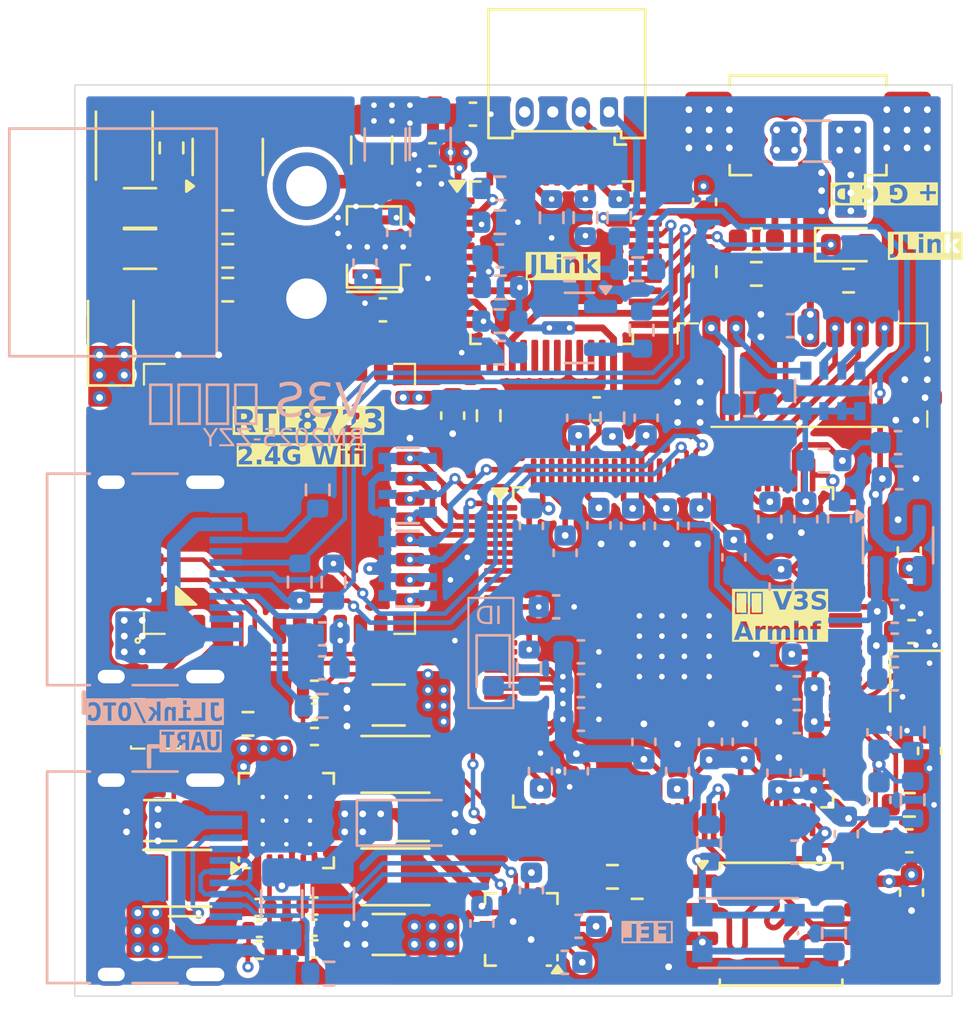
<source format=kicad_pcb>
(kicad_pcb (version 20221018) (generator pcbnew)
  (layers (0 "F.Cu" signal) (1 "In1.Cu" signal) (2 "In2.Cu" signal) (31 "B.Cu" signal) (34 "B.Paste" user) (35 "F.Paste" user) (36 "B.SilkS" user "B.Silkscreen") (37 "F.SilkS" user "F.Silkscreen") (38 "B.Mask" user) (39 "F.Mask" user) (44 "Edge.Cuts" user))
  (net 0 "")
  (net 1 "Net-(AE1-A)")
  (net 2 "GND")
  (net 3 "+5V")
  (net 4 "Net-(U3-BP)")
  (net 5 "+3V0")
  (net 6 "Net-(U2-FB1)")
  (net 7 "+1V8")
  (net 8 "Net-(U2-FB2)")
  (net 9 "+3V3")
  (net 10 "Net-(U2-FB3)")
  (net 11 "+1V2")
  (net 12 "Net-(U4-V3)")
  (net 13 "Net-(U5-NRST)")
  (net 14 "/JLINK_DXIN")
  (net 15 "/JLINK_DXOUT")
  (net 16 "/DXIN")
  (net 17 "/DXOUT")
  (net 18 "/VRA1")
  (net 19 "/VRA2")
  (net 20 "Net-(U1-RTC-VIO)")
  (net 21 "SVREF")
  (net 22 "Net-(U1-HPVCCBP)")
  (net 23 "/RESET")
  (net 24 "/LED_STLINK")
  (net 25 "Net-(D2-A)")
  (net 26 "VBUS")
  (net 27 "/SDC0_D2")
  (net 28 "/SDC0_D3")
  (net 29 "/SDC0_CMD")
  (net 30 "/SDC0_CLK")
  (net 31 "/SDC0_D0")
  (net 32 "/SDC0_D1")
  (net 33 "Net-(J2-CC1)")
  (net 34 "/UART_DP")
  (net 35 "/UART_DM")
  (net 37 "Net-(J2-CC2)")
  (net 39 "Net-(J3-CC1)")
  (net 40 "/OTG_DP")
  (net 41 "/OTG_DM")
  (net 43 "Net-(J3-CC2)")
  (net 44 "/JLINK_DP")
  (net 45 "/JLINK_DM")
  (net 47 "Net-(J5-Pin_3)")
  (net 48 "Net-(J5-Pin_4)")
  (net 49 "Net-(U2-LX1)")
  (net 50 "Net-(U2-LX2)")
  (net 51 "Net-(U2-LX3)")
  (net 52 "Net-(Q1-B)")
  (net 53 "Net-(Q1-E)")
  (net 54 "Net-(U5-PC13)")
  (net 55 "/T_SWDIO_IN")
  (net 56 "/T_JTMS_SWDIO")
  (net 57 "Net-(U5-PC14)")
  (net 58 "Net-(U5-PB3)")
  (net 59 "Net-(U5-BOOT0)")
  (net 60 "Net-(U5-PA0)")
  (net 61 "/T_JTCK_SWCLK")
  (net 62 "/ST_SWDIO")
  (net 63 "/ST_SWCLK")
  (net 64 "/JLINK_USB_RENUM")
  (net 65 "Net-(U4-RXD)")
  (net 66 "/UART0_TX")
  (net 67 "/UART0_RX")
  (net 68 "Net-(U4-TXD)")
  (net 69 "Net-(U1-SZQ)")
  (net 70 "/FLASH_CS")
  (net 71 "/SPI0_CS")
  (net 72 "Net-(U7-BT_DIS)")
  (net 73 "/WL_SDIO_D2")
  (net 74 "/WL_SDIO_D3")
  (net 75 "/WL_SDIO_CMD")
  (net 76 "/WL_SDIO_D0")
  (net 77 "/WL_SDIO_D1")
  (net 78 "/WL_SDIO_CLK")
  (net 102 "/WL_UART_TX")
  (net 103 "/WL_UART_RX")
  (net 110 "/SPI0_MISO")
  (net 111 "/SPI0_CLK")
  (net 112 "/SPI0_MOSI")
  (net 186 "Net-(J5-Pin_1)")
  (net 187 "Net-(RN1-R3.1)")
  (net 188 "Net-(RN1-R4.1)")
  (net 190 "+24V")
  (net 191 "Net-(U8-BS)")
  (net 192 "Net-(U8-LX)")
  (net 193 "Net-(D3-A)")
  (net 194 "Net-(U8-FB)")
  (net 195 "Net-(J6-Pin_2)")
  (net 196 "Net-(D4-A)")
  (net 197 "/LED0")
  (footprint "Capacitor_SMD:C_0603_1608Metric" (layer "F.Cu") (at 155.2 97.6 180)
    (fp_text reference "C24" hide)
    (fp_text value "100nF" hide)
  )
  (footprint "Package_TO_SOT_SMD:SOT-23-6" (layer "F.Cu") (at 146.1 97.7 90)
    (fp_text reference "U8" hide)
    (fp_text value "RY8411" hide)
  )
  (footprint "Capacitor_SMD:C_0603_1608Metric" (layer "F.Cu") (at 156.1 109.2 90)
    (fp_text reference "C67" hide)
    (fp_text value "100nF" hide)
  )
  (footprint "Package_DFN_QFN:HVQFN-24-1EP_4x4mm_P0.5mm_EP2.6x2.6mm_ThermalVias" (layer "F.Cu") (at 148.705 127.2 90)
    (fp_text reference "U2" hide)
    (fp_text value "~" hide)
  )
  (footprint "Resistor_SMD:R_0603_1608Metric" (layer "F.Cu") (at 164.3 131.2 180)
    (fp_text reference "R38" hide)
    (fp_text value "33" hide)
  )
  (footprint "Fuse:Fuse_1206_3216Metric" (layer "F.Cu") (at 152.5 97.4 -90)
    (fp_text reference "F3" hide)
    (fp_text value "Fuse" hide)
  )
  (footprint "Crystal:Crystal_SMD_2016-4Pin_2.0x1.6mm" (layer "F.Cu") (at 176.7 121 -90)
    (fp_text reference "Y2" hide)
    (fp_text value "24MHz" hide)
  )
  (footprint "Inductor_SMD:L_Sunlord_SWPA252012S" (layer "F.Cu") (at 143.855 129.7625 180)
    (fp_text reference "L3" hide)
    (fp_text value "4.7uH" hide)
  )
  (footprint "Resistor_SMD:R_0603_1608Metric" (layer "F.Cu") (at 173.7 103.2 180)
    (fp_text reference "R35" hide)
    (fp_text value "1K" hide)
  )
  (footprint "Resistor_SMD:R_0603_1608Metric" (layer "F.Cu") (at 146.1 102.1)
    (fp_text reference "R2" hide)
    (fp_text value "53.6K" hide)
  )
  (footprint "Capacitor_SMD:C_0603_1608Metric" (layer "F.Cu") (at 167.3 99.7 -90)
    (fp_text reference "C23" hide)
    (fp_text value "100nF" hide)
  )
  (footprint "0_RM2024:IPXE4" (layer "F.Cu") (at 142.9 122.9 -90)
    (fp_text reference "AE1" hide)
    (fp_text value "Antenna_Shield" hide)
  )
  (footprint "Capacitor_SMD:C_0603_1608Metric" (layer "F.Cu") (at 176.5 118.8 180)
    (fp_text reference "C28" hide)
    (fp_text value "20pF" hide)
  )
  (footprint "Connector_Molex:Molex_PicoBlade_53261-0471_1x04-1MP_P1.25mm_Horizontal" (layer "F.Cu") (at 171.9 96.8 180)
    (fp_text reference "J5" hide)
    (fp_text value "JLINK_OUT" hide)
  )
  (footprint "Capacitor_SMD:C_0603_1608Metric" (layer "F.Cu") (at 153 104.5 180)
    (fp_text reference "C22" hide)
    (fp_text value "100nF" hide)
  )
  (footprint "Resistor_SMD:R_0603_1608Metric" (layer "F.Cu") (at 146.1 103.6)
    (fp_text reference "C71" hide)
    (fp_text value "20pF" hide)
  )
  (footprint "Resistor_SMD:R_0603_1608Metric" (layer "F.Cu") (at 176.4 126.5 180)
    (fp_text reference "R39" hide)
    (fp_text value "240" hide)
  )
  (footprint "Resistor_SMD:R_0603_1608Metric" (layer "F.Cu") (at 167.3 102.8 90)
    (fp_text reference "R20" hide)
    (fp_text value "100R" hide)
  )
  (footprint "Resistor_SMD:R_0402_1005Metric" (layer "F.Cu") (at 149.935 131)
    (fp_text reference "R10" hide)
    (fp_text value "100K" hide)
  )
  (footprint "Resistor_SMD:R_0603_1608Metric" (layer "F.Cu") (at 157.7 109.2 -90)
    (fp_text reference "R46" hide)
    (fp_text value "10K" hide)
  )
  (footprint "Capacitor_SMD:C_1206_3216Metric" (layer "F.Cu") (at 142.2 100)
    (fp_text reference "C72" hide)
    (fp_text value "10uF" hide)
  )
  (footprint "Resistor_SMD:R_0402_1005Metric" (layer "F.Cu") (at 147.49 131.0625 180)
    (fp_text reference "R11" hide)
    (fp_text value "15K" hide)
  )
  (footprint "Capacitor_SMD:C_0603_1608Metric" (layer "F.Cu") (at 176.4 115.2 90)
    (fp_text reference "C2" hide)
    (fp_text value "10nF" hide)
  )
  (footprint "Resistor_SMD:R_0402_1005Metric" (layer "F.Cu") (at 147.5 132.9625)
    (fp_text reference "R8" hide)
    (fp_text value "68K" hide)
  )
  (footprint "Package_SO:SOIC-8_5.23x5.23mm_P1.27mm" (layer "F.Cu") (at 170.7 131.8)
    (fp_text reference "U6" hide)
    (fp_text value "W25Q128" hide)
  )
  (footprint "Resistor_SMD:R_0603_1608Metric" (layer "F.Cu") (at 169.6 102.9)
    (fp_text reference "R28" hide)
    (fp_text value "33R" hide)
  )
  (footprint "Resistor_SMD:R_0402_1005Metric" (layer "F.Cu") (at 149.955 123.4625)
    (fp_text reference "R9" hide)
    (fp_text value "10K" hide)
  )
  (footprint "Package_QFP:LQFP-48_7x7mm_P0.5mm" (layer "F.Cu") (at 160.5 102.4)
    (fp_text reference "U5" hide)
    (fp_text value "STM32F103CBT6" hide)
  )
  (footprint "Capacitor_SMD:C_0402_1005Metric" (layer "F.Cu") (at 149.935 131.9625)
    (fp_text reference "C8" hide)
    (fp_text value "20pF" hide)
  )
  (footprint "Capacitor_SMD:C_0603_1608Metric" (layer "F.Cu") (at 162.5 108.9 180)
    (fp_text reference "C69" hide)
    (fp_text value "100nF" hide)
  )
  (footprint "Resistor_SMD:R_0402_1005Metric" (layer "F.Cu") (at 149.955 121.3625 180)
    (fp_text reference "R6" hide)
    (fp_text value "10K" hide)
  )
  (footprint "Resistor_SMD:R_0603_1608Metric" (layer "F.Cu") (at 169.6 101.4)
    (fp_text reference "R29" hide)
    (fp_text value "33R" hide)
  )
  (footprint "0_RM2024:RTL8723BS" (layer "F.Cu") (at 148.4 112.9 90)
    (fp_text reference "U7" hide)
    (fp_text value "RTL8723BS" hide)
  )
  (footprint "Capacitor_SMD:C_1206_3216Metric" (layer "F.Cu") (at 153.255 122.0625)
    (fp_text reference "C10" hide)
    (fp_text value "10uF" hide)
  )
  (footprint "Package_QFP:LQFP-128_14x14mm_P0.4mm" (layer "F.Cu") (at 165.9 119.5)
    (fp_text reference "U1" hide)
    (fp_text value "V831" hide)
  )
  (footprint "0_RM2024:TF_Card_Short2" (layer "F.Cu") (at 175.3 105.3 180)
    (fp_text reference "J1" hide)
    (fp_text value "Micro_SD_Card" hide)
  )
  (footprint "Inductor_SMD:L_Sunlord_SWPA252012S" (layer "F.Cu") (at 153.555 129.7)
    (fp_text reference "L2" hide)
    (fp_text value "4.7uH" hide)
  )
  (footprint "Capacitor_SMD:C_0603_1608Metric" (layer "F.Cu") (at 176.4 128.1)
    (fp_text reference "C60" hide)
    (fp_text value "1uF" hide)
  )
  (footprint "Capacitor_SMD:C_0402_1005Metric" (layer "F.Cu") (at 147.505 132.0125 180)
    (fp_text reference "C9" hide)
    (fp_text value "20pF" hide)
  )
  (footprint "Capacitor_SMD:C_0603_1608Metric" (layer "F.Cu") (at 176.5 130.4 -90)
    (fp_text reference "C36" hide)
    (fp_text value "100nF" hide)
  )
  (footprint "Capacitor_SMD:C_1206_3216Metric" (layer "F.Cu") (at 142.2 101.7625)
    (fp_text reference "C73" hide)
    (fp_text value "10uF" hide)
  )
  (footprint "Resistor_SMD:R_0603_1608Metric" (layer "F.Cu") (at 146.1 100.6 180)
    (fp_text reference "R3" hide)
    (fp_text value "10k" hide)
  )
  (footprint "Resistor_SMD:R_0603_1608Metric" (layer "F.Cu") (at 147 122.9 180)
    (fp_text reference "R13" hide)
    (fp_text value "5.1K" hide)
  )
  (footprint "Capacitor_SMD:C_0603_1608Metric" (layer "F.Cu") (at 157 95.8)
    (fp_text reference "C25" hide)
    (fp_text value "10uF" hide)
  )
  (footprint "Resistor_SMD:R_0603_1608Metric" (layer "F.Cu") (at 163.2 129.7)
    (fp_text reference "R37" hide)
    (fp_text value "33" hide)
  )
  (footprint "Inductor_SMD:L_Sunlord_SWPA252012S" (layer "F.Cu") (at 153.555 124.7)
    (fp_text reference "L1" hide)
    (fp_text value "4.7uH" hide)
  )
  (footprint "Capacitor_SMD:C_1206_3216Metric" (layer "F.Cu") (at 154.33 127.2 180)
    (fp_text reference "C4" hide)
    (fp_text value "10uF" hide)
  )
  (footprint "Package_DFN_QFN:TQFN-16-1EP_3x3mm_P0.5mm_EP1.6x1.6mm" (layer "F.Cu") (at 159.15 132.0375 180)
    (fp_text reference "U4" hide)
    (fp_text value "CH343P" hide)
  )
  (footprint "Capacitor_SMD:C_1206_3216Metric" (layer "F.Cu") (at 153.255 132.2625)
    (fp_text reference "C11" hide)
    (fp_text value "10uF" hide)
  )
  (footprint "Capacitor_SMD:C_1206_3216Metric" (layer "F.Cu") (at 144.2 132.3625 180)
    (fp_text reference "C12" hide)
    (fp_text value "10uF" hide)
  )
  (footprint "Resistor_SMD:R_0603_1608Metric" (layer "F.Cu") (at 143.6 97.3 90)
    (fp_text reference "C70" hide)
    (fp_text value "100nF" hide)
  )
  (footprint "LED_SMD:LED_0603_1608Metric" (layer "F.Cu") (at 173.7 101.6)
    (fp_text reference "D2" hide)
    (fp_text value "LED" hide)
  )
  (footprint "Diode_SMD:D_SMF" (layer "F.Cu") (at 140.9 105.5 90)
    (fp_text reference "D3" hide)
    (fp_text value "K34" hide)
  )
  (footprint "Resistor_SMD:R_0402_1005Metric" (layer "F.Cu") (at 149.935 132.9 180)
    (fp_text reference "R7" hide)
    (fp_text value "200K" hide)
  )
  (footprint "Crystal:Resonator_SMD_Murata_CSTxExxV-3Pin_3.0x1.1mm" (layer "F.Cu") (at 152.6 101.7 90)
    (fp_text reference "Y3" hide)
    (fp_text value "8MHz" hide)
  )
  (footprint "Inductor_SMD:L_Sunlord_SWPA252012S" (layer "F.Cu") (at 141.5 97.2 -90)
    (fp_text reference "L4" hide)
    (fp_text value "4.7uH" hide)
  )
  (footprint "Capacitor_SMD:C_0603_1608Metric" (layer "F.Cu") (at 177.3 124.1 90)
    (fp_text reference "C27" hide)
    (fp_text value "20pF" hide)
  )
  (footprint "Capacitor_SMD:C_0402_1005Metric" (layer "F.Cu") (at 149.955 122.3625)
    (fp_text reference "C7" hide)
    (fp_text value "20pF" hide)
  )
  (footprint "Capacitor_SMD:C_1206_3216Metric" (layer "F.Cu") (at 143.1 127.2)
    (fp_text reference "C5" hide)
    (fp_text value "10uF" hide)
  )
  (footprint "Connector_Molex:Molex_PicoBlade_53048-0410_1x04_P1.25mm_Horizontal" (layer "F.Cu") (at 163.05 95.7 180)
    (fp_text reference "J4" hide)
    (fp_text value "JLink_Upload" hide)
  )
  (footprint "Button_Switch_SMD:SW_Push_1P1T_NO_CK_KMR2" (layer "B.Cu") (at 169.25 132.2)
    (fp_text reference "SW1" hide)
    (fp_text value "海龟" hide)
  )
  (footprint "Capacitor_SMD:C_0603_1608Metric" (layer "B.Cu") (at 150.3 120.41)
    (fp_text reference "C41" hide)
    (fp_text value "100nF" hide)
  )
  (footprint "Capacitor_SMD:C_0603_1608Metric" (layer "B.Cu") (at 161.0875 133.5)
    (fp_text reference "C18" hide)
    (fp_text value "100nF" hide)
  )
  (footprint "Capacitor_SMD:C_0603_1608Metric" (layer "B.Cu") (at 168.6 115.5 -90)
    (fp_text reference "C52" hide)
    (fp_text value "100nF" hide)
  )
  (footprint "Capacitor_SMD:C_0603_1608Metric" (layer "B.Cu") (at 160 125 90)
    (fp_text reference "C68" hide)
    (fp_text value "100nF" hide)
  )
  (footprint "Capacitor_SMD:C_1206_3216Metric" (layer "B.Cu") (at 150.8 130.9 90)
    (fp_text reference "C6" hide)
    (fp_text value "10uF" hide)
  )
  (footprint "Resistor_SMD:R_0603_1608Metric" (layer "B.Cu") (at 167.5 128.2 90)
    (fp_text reference "R41" hide)
    (fp_text value "1K" hide)
  )
  (footprint "Resistor_SMD:R_0603_1608Metric" (layer "B.Cu") (at 149.3 116.6 90)
    (fp_text reference "R17" hide)
    (fp_text value "33" hide)
  )
  (footprint "Resistor_SMD:R_0603_1608Metric" (layer "B.Cu") (at 150.3 122.1 180)
    (fp_text reference "R14" hide)
    (fp_text value "5.1K" hide)
  )
  (footprint "Capacitor_SMD:C_0603_1608Metric" (layer "B.Cu") (at 153.7 101.075 90)
    (fp_text reference "C20" hide)
    (fp_text value "20pF" hide)
  )
  (footprint "Fuse:Fuse_1206_3216Metric" (layer "B.Cu") (at 148.5 130.9 -90)
    (fp_text reference "F1" hide)
    (fp_text value "1A" hide)
  )
  (footprint "Capacitor_SMD:C_0603_1608Metric" (layer "B.Cu") (at 162.6 114.075 90)
    (fp_text reference "C40" hide)
    (fp_text value "100nF" hide)
  )
  (footprint "Capacitor_SMD:C_0603_1608Metric" (layer "B.Cu") (at 171.8 113.8 90)
    (fp_text reference "C35" hide)
    (fp_text value "100nF" hide)
  )
  (footprint "Capacitor_SMD:C_0603_1608Metric" (layer "B.Cu") (at 170.2 113.8 -90)
    (fp_text reference "C61" hide)
    (fp_text value "10uF" hide)
  )
  (footprint "Resistor_SMD:R_0603_1608Metric" (layer "B.Cu") (at 163.5 100.4 90)
    (fp_text reference "R36" hide)
    (fp_text value "100" hide)
  )
  (footprint "Capacitor_SMD:C_1206_3216Metric" (layer "B.Cu") (at 153.1 97.15 -90)
    (fp_text reference "C3" hide)
    (fp_text value "10uF" hide)
  )
  (footprint "Connector_AMASS:AMASS_XT30PW-M_1x02_P2.50mm_Horizontal" (layer "B.Cu") (at 149.6 104 -90)
    (fp_text reference "J6" hide)
    (fp_text value "24V_IN" hide)
  )
  (footprint "Capacitor_SMD:C_0603_1608Metric" (layer "B.Cu") (at 170.7 116.8 90)
    (fp_text reference "C43" hide)
    (fp_text value "100nF" hide)
  )
  (footprint "Resistor_SMD:R_0603_1608Metric" (layer "B.Cu") (at 158.19 106.4 180)
    (fp_text reference "R27" hide)
    (fp_text value "10k" hide)
  )
  (footprint "Resistor_SMD:R_0603_1608Metric" (layer "B.Cu") (at 158.2 100.6)
    (fp_text reference "R21" hide)
    (fp_text value "10K" hide)
  )
  (footprint "0_RM2024:USB_C_Receptacle_HRO_TYPE-C-31-M-12_NO_HOLE" (layer "B.Cu") (at 141.97 129.72 90)
    (fp_text reference "J2" hide)
    (fp_text value "USB_C_Receptacle_USB2.0" hide)
  )
  (footprint "Resistor_SMD:R_0603_1608Metric" (layer "B.Cu") (at 150.6 134 180)
    (fp_text reference "R12" hide)
    (fp_text value "5.1K" hide)
  )
  (footprint "Capacitor_SMD:C_0603_1608Metric" (layer "B.Cu") (at 170.4 119.8 180)
    (fp_text reference "C56" hide)
    (fp_text value "100nF" hide)
  )
  (footprint "Capacitor_SMD:C_0603_1608Metric" (layer "B.Cu") (at 169.06 123.7 90)
    (fp_text reference "C46" hide)
    (fp_text value "100nF" hide)
  )
  (footprint "Capacitor_SMD:C_0603_1608Metric" (layer "B.Cu") (at 170.6 125.075 90)
    (fp_text reference "C62" hide)
    (fp_text value "100nF" hide)
  )
  (footprint "Capacitor_SMD:C_0603_1608Metric" (layer "B.Cu") (at 171.1 105.2 180)
    (fp_text reference "C14" hide)
    (fp_text value "100nF" hide)
  )
  (footprint "Capacitor_SMD:C_0603_1608Metric" (layer "B.Cu") (at 171.3 128.6 180)
    (fp_text reference "C54" hide)
    (fp_text value "1uF" hide)
  )
  (footprint "Capacitor_SMD:C_0603_1608Metric" (layer "B.Cu") (at 159.6 130.2875 90)
    (fp_text reference "C15" hide)
    (fp_text value "100nF" hide)
  )
  (footprint "Capacitor_SMD:C_0603_1608Metric" (layer "B.Cu") (at 171.4 121.3 180)
    (fp_text reference "C63" hide)
    (fp_text value "1uF" hide)
  )
  (footprint "Capacitor_SMD:C_0603_1608Metric" (layer "B.Cu") (at 158.2 102.1 180)
    (fp_text reference "C19" hide)
    (fp_text value "100nF" hide)
  )
  (footprint "Capacitor_SMD:C_0603_1608Metric" (layer "B.Cu") (at 165.6 114.1 90)
    (fp_text reference "C30" hide)
    (fp_text value "100nF" hide)
  )
  (footprint "Resistor_SMD:R_0603_1608Metric" (layer "B.Cu") (at 164.325 102.69 180)
    (fp_text reference "R33" hide)
    (fp_text value "10K" hide)
  )
  (footprint "Resistor_SMD:R_Array_Convex_4x0603" (layer "B.Cu") (at 154.1 116 180)
    (fp_text reference "RN1" hide)
    (fp_text value "10K" hide)
  )
  (footprint "Capacitor_SMD:C_0603_1608Metric" (layer "B.Cu") (at 175.75 119.4 180)
    (fp_text reference "C31" hide)
    (fp_text value "10uF" hide)
  )
  (footprint "Capacitor_SMD:C_0603_1608Metric" (layer "B.Cu") (at 173.6 127.8 -90)
    (fp_text reference "C59" hide)
    (fp_text value "100nF" hide)
  )
  (footprint "Resistor_SMD:R_0603_1608Metric" (layer "B.Cu") (at 150.8 116.6 -90)
    (fp_text reference "R16" hide)
    (fp_text value "33" hide)
  )
  (footprint "0_RM2024:USB_C_Receptacle_HRO_TYPE-C-31-M-12_NO_HOLE" (layer "B.Cu") (at 141.97 116.48 90)
    (fp_text reference "J3" hide)
    (fp_text value "USB_C_Receptacle_USB2.0" hide)
  )
  (footprint "Capacitor_SMD:C_0603_1608Metric" (layer "B.Cu") (at 164.1 114.1 90)
    (fp_text reference "C33" hide)
    (fp_text value "10uF" hide)
  )
  (footprint "Capacitor_SMD:C_0603_1608Metric" (layer "B.Cu") (at 173.3 113.8 90)
    (fp_text reference "C34" hide)
    (fp_text value "10uF" hide)
  )
  (footprint "Capacitor_SMD:C_0603_1608Metric" (layer "B.Cu") (at 166.1 125 90)
    (fp_text reference "C66" hide)
    (fp_text value "100nF" hide)
  )
  (footprint "Package_TO_SOT_SMD:SOT-23-5" (layer "B.Cu") (at 175.9 114.9625 -90)
    (fp_text reference "U3" hide)
    (fp_text value "RS3236" hide)
  )
  (footprint "Capacitor_SMD:C_0603_1608Metric" (layer "B.Cu") (at 157.4 131.775 90)
    (fp_text reference "C16" hide)
    (fp_text value "100nF" hide)
  )
  (footprint "Resistor_SMD:R_0603_1608Metric" (layer "B.Cu") (at 159.5 120.425 90)
    (fp_text reference "R1" hide)
    (fp_text value "1K" hide)
  )
  (footprint "Resistor_SMD:R_0603_1608Metric" (layer "B.Cu") (at 160.5 100.4 90)
    (fp_text reference "R23" hide)
    (fp_text value "10K" hide)
  )
  (footprint "Resistor_SMD:R_0603_1608Metric" (layer "B.Cu") (at 161.3 102.7 180)
    (fp_text reference "R34" hide)
    (fp_text value "36K" hide)
  )
  (footprint "Capacitor_SMD:C_0603_1608Metric" (layer "B.Cu") (at 172.1 125.075 90)
    (fp_text reference "C64" hide)
    (fp_text value "1uF" hide)
  )
  (footprint "Resistor_SMD:R_0603_1608Metric" (layer "B.Cu") (at 176.55 123.275 90)
    (fp_text reference "R42" hide)
    (fp_text value "2K" hide)
  )
  (footprint "LED_SMD:LED_0603_1608Metric" (layer "B.Cu") (at 157.9 120.45 -90)
    (fp_text reference "D4" hide)
    (fp_text value "LED" hide)
  )
  (footprint "Capacitor_SMD:C_0603_1608Metric" (layer "B.Cu") (at 150.3 118.9)
    (fp_text reference "C42" hide)
    (fp_text value "10uF" hide)
  )
  (footprint "Resistor_SMD:R_Array_Convex_4x0603" (layer "B.Cu") (at 173 108.1 -90)
    (fp_text reference "RN3" hide)
    (fp_text value "10K" hide)
  )
  (footprint "Capacitor_SMD:C_0603_1608Metric" (layer "B.Cu") (at 159.6 114.1 -90)
    (fp_text reference "C58" hide)
    (fp_text value "100nF" hide)
  )
  (footprint "Fuse:Fuse_1206_3216Metric" (layer "B.Cu") (at 172.3 97 180)
    (fp_text reference "F2" hide)
    (fp_text value "1A" hide)
  )
  (footprint "Capacitor_SMD:C_0603_1608Metric" (layer "B.Cu") (at 160.7 117.7)
    (fp_text reference "C57" hide)
    (fp_text value "100nF" hide)
  )
  (footprint "Resistor_SMD:R_0603_1608Metric" (layer "B.Cu") (at 169.3 108.7 180)
    (fp_text reference "R5" hide)
    (fp_text value "10K" hide)
  )
  (footprint "Resistor_SMD:R_0603_1608Metric" (layer "B.Cu") (at 176.55 126.275 90)
    (fp_text reference "R44" hide)
    (fp_text value "2K" hide)
  )
  (footprint "Capacitor_SMD:C_0603_1608Metric" (layer "B.Cu") (at 175.95 111.9625)
    (fp_text reference "C1" hide)
    (fp_text value "100nF" hide)
  )
  (footprint "Resistor_SMD:R_0603_1608Metric" (layer "B.Cu") (at 163.2 109.3 90)
    (fp_text reference "R40" hide)
    (fp_text value "200K" hide)
  )
  (footprint "Diode_SMD:D_SMF" (layer "B.Cu") (at 154.2 127.3)
    (fp_text reference "D1" hide)
    (fp_text value "SMF5V0A" hide)
  )
  (footprint "Capacitor_SMD:C_0603_1608Metric" (layer "B.Cu") (at 167.56 123.7 90)
    (fp_text reference "C55" hide)
    (fp_text value "10uF" hide)
  )
  (footprint "Resistor_SMD:R_Array_Convex_4x0603" (layer "B.Cu") (at 154.1 112.3 180)
    (fp_text reference "RN2" hide)
    (fp_text value "10K" hide)
  )
  (footprint "Resistor_SMD:R_0603_1608Metric" (layer "B.Cu") (at 172.6 111.2 180)
    (fp_text reference "R45" hide)
    (fp_text value "47K" hide)
  )
  (footprint "Package_TO_SOT_SMD:SOT-23" (layer "B.Cu") (at 161.7375 105.3 180)
    (fp_text reference "Q1" hide)
    (fp_text value "S8050" hide)
  )
  (footprint "Capacitor_SMD:C_0603_1608Metric" (layer "B.Cu") (at 161.7 131.9)
    (fp_text reference "C17" hide)
    (fp_text value "100nF" hide)
  )
  (footprint "Resistor_SMD:R_0603_1608Metric" (layer "B.Cu") (at 150.1 112.5 -90)
    (fp_text reference "R15" hide)
    (fp_text value "5.1K" hide)
  )
  (footprint "Resistor_SMD:R_0603_1608Metric" (layer "B.Cu") (at 173.05 132.2 90)
    (fp_text reference "R43" hide)
    (fp_text value "33K" hide)
  )
  (footprint "Resistor_SMD:R_0603_1608Metric" (layer "B.Cu") (at 158.225 103.5 180)
    (fp_text reference "R18" hide)
    (fp_text value "100K" hide)
  )
  (footprint "Capacitor_SMD:C_0603_1608Metric" (layer "B.Cu") (at 161.7 109.3 -90)
    (fp_text reference "C44" hide)
    (fp_text value "100nF" hide)
  )
  (footprint "Resistor_SMD:R_0603_1608Metric" (layer "B.Cu") (at 158.2 105 180)
    (fp_text reference "R26" hide)
    (fp_text value "10k" hide)
  )
  (footprint "Capacitor_SMD:C_0603_1608Metric" (layer "B.Cu") (at 175.75 117.9 180)
    (fp_text reference "C29" hide)
    (fp_text value "100nF" hide)
  )
  (footprint "Capacitor_SMD:C_0603_1608Metric" (layer "B.Cu") (at 171.4 122.8 180)
    (fp_text reference "C65" hide)
    (fp_text value "10uF" hide)
  )
  (footprint "Capacitor_SMD:C_0603_1608Metric" (layer "B.Cu") (at 161.6 125 -90)
    (fp_text reference "C49" hide)
    (fp_text value "1uF" hide)
  )
  (footprint "Resistor_SMD:R_0603_1608Metric" (layer "B.Cu") (at 164.5 105.4 -90)
    (fp_text reference "R30" hide)
    (fp_text value "1.5K" hide)
  )
  (footprint "Resistor_SMD:R_0603_1608Metric" (layer "B.Cu") (at 158.2 99.1)
    (fp_text reference "R19" hide)
    (fp_text value "10K" hide)
  )
  (footprint "Capacitor_SMD:C_0603_1608Metric" (layer "B.Cu") (at 161.1 115.3 -90)
    (fp_text reference "C51" hide)
    (fp_text value "100nF" hide)
  )
  (footprint "Capacitor_SMD:C_0603_1608Metric" (layer "B.Cu") (at 164.7 109.3 -90)
    (fp_text reference "C32" hide)
    (fp_text value "1uF" hide)
  )
  (footprint "Capacitor_SMD:C_0603_1608Metric" (layer "B.Cu") (at 175.75 120.9 180)
    (fp_text reference "C37" hide)
    (fp_text value "100nF" hide)
  )
  (footprint "Capacitor_SMD:C_1206_3216Metric" (layer "B.Cu") (at 155.1 97.125 -90)
    (fp_text reference "C13" hide)
    (fp_text value "10uF" hide)
  )
  (footprint "Capacitor_SMD:C_0603_1608Metric" (layer "B.Cu") (at 175.05 126.275 -90)
    (fp_text reference "C39" hide)
    (fp_text value "100nF" hide)
  )
  (footprint "Capacitor_SMD:C_0603_1608Metric" (layer "B.Cu") (at 175.05 123.275 -90)
    (fp_text reference "C38" hide)
    (fp_text value "100nF" hide)
  )
  (footprint "Capacitor_SMD:C_0603_1608Metric" (layer "B.Cu") (at 161.8 121.2)
    (fp_text reference "C50" hide)
    (fp_text value "10uF" hide)
  )
  (footprint "Capacitor_SMD:C_0603_1608Metric" (layer "B.Cu") (at 175.9 110.4 180)
    (fp_text reference "C45" hide)
    (fp_text value "100nF" hide)
  )
  (footprint "Capacitor_SMD:C_0603_1608Metric" (layer "B.Cu") (at 164.6 123.7 90)
    (fp_text reference "C47" hide)
    (fp_text value "100nF" hide)
  )
  (footprint "Resistor_SMD:R_0603_1608Metric" (layer "B.Cu") (at 162 100.4 90)
    (fp_text reference "R22" hide)
    (fp_text value "4.7K" hide)
  )
  (footprint "Capacitor_SMD:C_0603_1608Metric" (layer "B.Cu") (at 161.8 119.7)
    (fp_text reference "C53" hide)
    (fp_text value "100nF" hide)
  )
  (footprint "Capacitor_SMD:C_0603_1608Metric" (layer "B.Cu") (at 152.2 102.4 -90)
    (fp_text reference "C21" hide)
    (fp_text value "20pF" hide)
  )
  (footprint "Capacitor_SMD:C_0603_1608Metric" (layer "B.Cu") (at 167.1 114.1 90)
    (fp_text reference "C26" hide)
    (fp_text value "100nF" hide)
  )
  (footprint "Capacitor_SMD:C_0603_1608Metric" (layer "B.Cu") (at 161.8 122.7)
    (fp_text reference "C48" hide)
    (fp_text value "1uF" hide)
  )
  (gr_rect (start 156.8 117.3) (end 158.8 122.2) (stroke (width 0.1)) (fill none) (layer "B.SilkS"))
  (gr_line (start 142.6 123.9) (end 143 123.9) (stroke (width 0.2)) (layer "B.SilkS"))
  (gr_line (start 139.7 122.4) (end 139.7 121.5) (stroke (width 0.2)) (layer "B.SilkS"))
  (gr_line (start 140.1 122.4) (end 139.7 122.4) (stroke (width 0.2)) (layer "B.SilkS"))
  (gr_line (start 142.6 123.9) (end 142.6 124.8) (stroke (width 0.2)) (layer "B.SilkS"))
  (gr_rect (start 139.3 94.5) (end 178.3 135) (stroke (width 0.05)) (fill none) (layer "Edge.Cuts"))
  (gr_text "JLink/OTG" (at 145.9 122.9) (layer "B.SilkS" knockout) (effects (font (size 0.8 0.8) (thickness 0.16) bold) (justify left bottom mirror)))
  (gr_text "RM2025-ZZY" (at 152.2 110.7) (layer "B.SilkS") (effects (font (size 0.8 0.8) (thickness 0.1)) (justify left bottom mirror)))
  (gr_text "V3S 无线烧录" (at 152.3 109.5) (layer "B.SilkS") (effects (font (size 1.5 1.5) (thickness 0.1)) (justify left bottom mirror)))
  (gr_text "FEL" (at 165.9 132.7) (layer "B.SilkS" knockout) (effects (font (size 0.8 0.8) (thickness 0.16) bold) (justify left bottom mirror)))
  (gr_text "ID" (at 158.3 118.6) (layer "B.SilkS") (effects (font (size 0.8 0.8) (thickness 0.1)) (justify left bottom mirror)))
  (gr_text "UART" (at 145.8 124.2) (layer "B.SilkS" knockout) (effects (font (size 0.8 0.8) (thickness 0.16) bold) (justify left bottom mirror)))
  (gr_text "+ G C D" (at 177.7 98.8 180) (layer "F.SilkS" knockout) (effects (font (size 0.8 0.8) (thickness 0.16) bold) (justify left bottom)))
  (gr_text "JLink" (at 159.5 103) (layer "F.SilkS" knockout) (effects (font (size 0.8 0.8) (thickness 0.16) bold) (justify left bottom)))
  (gr_text "RTL8723" (at 146.3 110.1) (layer "F.SilkS" knockout) (effects (font (size 1 1) (thickness 0.16) bold) (justify left bottom)))
  (gr_text "2.4G Wifi" (at 146.5 111.5) (layer "F.SilkS" knockout) (effects (font (size 0.8 0.8) (thickness 0.16) bold) (justify left bottom)))
  (gr_text "全志 V3S\nArmhf" (at 168.6 119.3) (layer "F.SilkS" knockout) (effects (font (size 0.8 0.8) (thickness 0.16) bold) (justify left bottom)))
  (gr_text "JLink" (at 175.6 102.1) (layer "F.SilkS" knockout) (effects (font (size 0.8 0.8) (thickness 0.16) bold) (justify left bottom)))
  (segment (start 142.9 121) (end 142.9 122) (width 0.34925) (layer "F.Cu") (net 1))
  (segment (start 144.8 119.125378) (end 144.250753 119.674625) (width 0.34925) (layer "F.Cu") (net 1))
  (segment (start 144.8 118.7) (end 144.8 119.125378) (width 0.34925) (layer "F.Cu") (net 1))
  (segment (start 144.250753 119.674625) (end 144.225375 119.674625) (width 0.34925) (layer "F.Cu") (net 1))
  (segment (start 144.225375 119.674625) (end 142.9 121) (width 0.34925) (layer "F.Cu") (net 1))
  (segment (start 156.3375 103.15) (end 155.05 103.15) (width 0.24892) (layer "F.Cu") (net 2))
  (segment (start 147.655 125.899999) (end 147.655 126.15) (width 0.254) (layer "F.Cu") (net 2))
  (segment (start 164.5 111.8375) (end 164.5 111) (width 0.24892) (layer "F.Cu") (net 2))
  (segment (start 164.75 113.16259) (end 164.75 114) (width 0.24892) (layer "F.Cu") (net 2))
  (segment (start 144.275 100.6) (end 143.675 100) (width 0.6096) (layer "F.Cu") (net 2))
  (segment (start 148.955 129.1375) (end 148.955 128.5) (width 0.254) (layer "F.Cu") (net 2))
  (segment (start 147.455 129.1375) (end 147.455 130.5875) (width 0.254) (layer "F.Cu") (net 2))
  (segment (start 155.05 103.15) (end 155 103.1) (width 0.24892) (layer "F.Cu") (net 2))
  (segment (start 176.4 114.325) (end 175.9 113.825) (width 0.508) (layer "F.Cu") (net 2))
  (segment (start 147.455 129.1375) (end 147.455 128.700001) (width 0.254) (layer "F.Cu") (net 2))
  (segment (start 147.455 125.699999) (end 147.655 125.899999) (width 0.254) (layer "F.Cu") (net 2))
  (segment (start 176.4 114.425) (end 176.4 114.325) (width 0.508) (layer "F.Cu") (net 2))
  (segment (start 167.095 133.7) (end 167.1 133.705) (width 0.508) (layer "F.Cu") (net 2))
  (segment (start 147.455 130.5875) (end 146.98 131.0625) (width 0.254) (layer "F.Cu") (net 2))
  (segment (start 149.755 128.500001) (end 149.755 128.25) (width 0.254) (layer "F.Cu") (net 2))
  (segment (start 166.975 100.15) (end 167.3 100.475) (width 0.3048) (layer "F.Cu") (net 2))
  (segment (start 147.455 128.700001) (end 147.655 128.500001) (width 0.254) (layer "F.Cu") (net 2))
  (segment (start 162.75 107.875) (end 162.75 106.5625) (width 0.3048) (layer "F.Cu") (net 2))
  (segment (start 143.675 100) (end 143.675 101.7625) (width 1.016) (layer "F.Cu") (net 2))
  (segment (start 158.25 98.2375) (end 158.25 96.275) (width 0.3048) (layer "F.Cu") (net 2))
  (segment (start 149.955 123.9725) (end 150.465 123.4625) (width 0.254) (layer "F.Cu") (net 2))
  (segment (start 164.95054 110.64946) (end 166.1 109.5) (width 0.24892) (layer "F.Cu") (net 2))
  (segment (start 148.955 128.5) (end 148.705 128.25) (width 0.254) (layer "F.Cu") (net 2))
  (segment (start 164.5 112.91259) (end 164.75 113.16259) (width 0.24892) (layer "F.Cu") (net 2))
  (segment (start 149.955 129.1375) (end 149.955 130.51) (width 0.254) (layer "F.Cu") (net 2))
  (segment (start 146.1 98.8375) (end 146.1 99.775) (width 0.6096) (layer "F.Cu") (net 2))
  (segment (start 145.275 100.6) (end 144.275 100.6) (width 0.6096) (layer "F.Cu") (net 2))
  (segment (start 164.5 111) (end 164.85054 110.64946) (width 0.24892) (layer "F.Cu") (net 2))
  (segment (start 161.725 108.9) (end 161.25 108.425) (width 0.3048) (layer "F.Cu") (net 2))
  (segment (start 149.955 125.699999) (end 149.755 125.899999) (width 0.254) (layer "F.Cu") (net 2))
  (segment (start 149.955 129.1375) (end 149.955 128.700001) (width 0.254) (layer "F.Cu") (net 2))
  (segment (start 147.455 125.2625) (end 147.455 125.699999) (width 0.254) (layer "F.Cu") (net 2))
  (segment (start 149.955 128.700001) (end 149.755 128.500001) (width 0.254) (layer "F.Cu") (net 2))
  (segment (start 177.275 120.175) (end 177.3 120.2) (width 0.508) (layer "F.Cu") (net 2))
  (segment (start 177.275 118.8) (end 177.275 120.175) (width 0.508) (layer "F.Cu") (net 2))
  (segment (start 149.955 125.2625) (end 149.955 123.9725) (width 0.254) (layer "F.Cu") (net 2))
  (segment (start 164.5 111.8375) (end 164.5 112.91259) (width 0.24892) (layer "F.Cu") (net 2))
  (segment (start 149.955 130.51) (end 150.445 131) (width 0.254) (layer "F.Cu") (net 2))
  (segment (start 158.25 96.275) (end 157.775 95.8) (width 0.3048) (layer "F.Cu") (net 2))
  (segment (start 149.755 125.899999) (end 149.755 126.15) (width 0.254) (layer "F.Cu") (net 2))
  (segment (start 164.85054 110.64946) (end 164.95054 110.64946) (width 0.24892) (layer "F.Cu") (net 2))
  (segment (start 165.7 133.7) (end 167.095 133.7) (width 0.508) (layer "F.Cu") (net 2))
  (segment (start 154.2 110.2) (end 155.875 110.2) (width 0.6096) (layer "F.Cu") (net 2))
  (segment (start 161.725 108.9) (end 162.75 107.875) (width 0.3048) (layer "F.Cu") (net 2))
  (segment (start 161.25 108.425) (end 161.25 106.5625) (width 0.3048) (layer "F.Cu") (net 2))
  (segment (start 147.655 128.500001) (end 147.655 128.25) (width 0.254) (layer "F.Cu") (net 2))
  (segment (start 155.875 110.2) (end 156.1 109.975) (width 0.6096) (layer "F.Cu") (net 2))
  (segment (start 146.1 99.775) (end 145.275 100.6) (width 0.6096) (layer "F.Cu") (net 2))
  (segment (start 164.6625 100.15) (end 166.975 100.15) (width 0.3048) (layer "F.Cu") (net 2))
  (segment (start 149.955 125.2625) (end 149.955 125.699999) (width 0.254) (layer "F.Cu") (net 2))
  (via (at 151.4 122.2) (size 0.6) (drill 0.3) (layers "F.Cu" "B.Cu") (net 2))
  (via (at 156 116.5) (size 0.5) (drill 0.25) (layers "F.Cu" "B.Cu") (net 2))
  (via (at 156.75 115.5) (size 0.5) (drill 0.25) (layers "F.Cu" "B.Cu") (net 2))
  (via (at 164.4 118.1) (size 0.5) (drill 0.25) (layers "F.Cu" "B.Cu") (net 2))
  (via (at 166.1 109.5) (size 0.6) (drill 0.3) (layers "F.Cu" "B.Cu") (net 2))
  (via (at 153.1 101.7) (size 0.5) (drill 0.25) (layers "F.Cu" "B.Cu") (net 2))
  (via (at 175.8 109.4) (size 0.6) (drill 0.3) (layers "F.Cu" "B.Cu") (net 2))
  (via (at 161.5 117.7) (size 0.5) (drill 0.25) (layers "F.Cu" "B.Cu") (net 2))
  (via (at 167.5 97.3) (size 0.6) (drill 0.3) (layers "F.Cu" "B.Cu") (net 2))
  (via (at 159.5875 132.4875) (size 0.6) (drill 0.3) (layers "F.Cu" "B.Cu") (net 2))
  (via (at 160 124.2) (size 0.5) (drill 0.25) (layers "F.Cu" "B.Cu") (net 2))
  (via (at 142.6 117.4) (size 0.5) (drill 0.25) (layers "F.Cu" "B.Cu") (net 2))
  (via (at 160.8 125) (size 0.5) (drill 0.25) (layers "F.Cu" "B.Cu") (net 2))
  (via (at 170.6 121.3) (size 0.6) (drill 0.3) (layers "F.Cu" "B.Cu") (net 2))
  (via (at 176.2 107.6) (size 0.6) (drill 0.3) (layers "F.Cu" "B.Cu") (net 2))
  (via (at 177.275 118.8) (size 0.5) (drill 0.25) (layers "F.Cu" "B.Cu") (net 2))
  (via (at 177.1 108.4) (size 0.6) (drill 0.3) (layers "F.Cu" "B.Cu") (net 2))
  (via (at 156.2 119.2) (size 0.5) (drill 0.25) (layers "F.Cu" "B.Cu") (net 2))
  (via (at 169.8 104.7) (size 0.6) (drill 0.3) (layers "F.Cu" "B.Cu") (net 2))
  (via (at 162.6 122.7) (size 0.5) (drill 0.25) (layers "F.Cu" "B.Cu") (net 2))
  (via (at 167.5 96.5) (size 0.6) (drill 0.3) (layers "F.Cu" "B.Cu") (net 2))
  (via (at 177.3 124.875) (size 0.5) (drill 0.25) (layers "F.Cu" "B.Cu") (net 2))
  (via (at 166.4 119) (size 0.5) (drill 0.25) (layers "F.Cu" "B.Cu") (net 2))
  (via (at 165.4 119) (size 0.5) (drill 0.25) (layers "F.Cu" "B.Cu") (net 2))
  (via (at 170.2 114.575) (size 0.6) (drill 0.3) (layers "F.Cu" "B.Cu") (net 2))
  (via (at 176.7 109.4) (size 0.6) (drill 0.3) (layers "F.Cu" "B.Cu") (net 2))
  (via (at 170.6 124.4) (size 0.6) (drill 0.3) (layers "F.Cu" "B.Cu") (net 2))
  (via (at 167.1 109.5) (size 0.6) (drill 0.3) (layers "F.Cu" "B.Cu") (net 2))
  (via (at 152.2 104.2) (size 0.5) (drill 0.25) (layers "F.Cu" "B.Cu") (net 2))
  (via (at 171.6 114.4) (size 0.6) (drill 0.3) (layers "F.Cu" "B.Cu") (net 2))
  (via (at 166.1 108.6) (size 0.6) (drill 0.3) (layers "F.Cu" "B.Cu") (net 2))
  (via (at 176.3 97.3) (size 0.6) (drill 0.3) (layers "F.Cu" "B.Cu") (net 2))
  (via (at 166.4 120.8) (size 0.5) (drill 0.25) (layers "F.Cu" "B.Cu") (net 2))
  (via (at 162.6 119.7) (size 0.5) (drill 0.25) (layers "F.Cu" "B.Cu") (net 2))
  (via (at 151 100.4) (size 0.5) (drill 0.25) (layers "F.Cu" "B.Cu") (net 2))
  (via (at 156.2 126.9) (size 0.6) (drill 0.3) (layers "F.Cu" "B.Cu") (net 2))
  (via (at 165.7 133.7) (size 0.6) (drill 0.3) (layers "F.Cu" "B.Cu") (net 2))
  (via (at 176.9 118) (size 0.5) (drill 0.25) (layers "F.Cu" "B.Cu") (net 2))
  (via (at 175.5 123.1) (size 0.5) (drill 0.25) (layers "F.Cu" "B.Cu") (net 2))
  (via (at 145.7 106.5) (size 0.6) (drill 0.3) (layers "F.Cu" "B.Cu") (net 2))
  (via (at 154.6 98.3) (size 0.5) (drill 0.25) (layers "F.Cu" "B.Cu") (net 2))
  (via (at 165.6 114.9) (size 0.6) (drill 0.3) (layers "F.Cu" "B.Cu") (net 2))
  (via (at 176.7 112) (size 0.6) (drill 0.3) (layers "F.Cu" "B.Cu") (net 2))
  (via (at 151.4 132.7) (size 0.6) (drill 0.3) (layers "F.Cu" "B.Cu") (net 2))
  (via (at 170.6 122.8) (size 0.6) (drill 0.3) (layers "F.Cu" "B.Cu") (net 2))
  (via (at 156.1 110) (size 0.6) (drill 0.3) (layers "F.Cu" "B.Cu") (net 2))
  (via (at 156.2 127.7) (size 0.6) (drill 0.3) (layers "F.Cu" "B.Cu") (net 2))
  (via (at 177.2 106.7) (size 0.6) (drill 0.3) (layers "F.Cu" "B.Cu") (net 2))
  (via (at 158.7875 131.6875) (size 0.6) (drill 0.3) (layers "F.Cu" "B.Cu") (net 2))
  (via (at 165.4 120.8) (size 0.5) (drill 0.25) (layers "F.Cu" "B.Cu") (net 2))
  (via (at 175.4 95.6) (size 0.6) (drill 0.3) (layers "F.Cu" "B.Cu") (net 2))
  (via (at 164.4 119) (size 0.5) (drill 0.25) (layers "F.Cu" "B.Cu") (net 2))
  (via (at 157.8 95.8) (size 0.5) (drill 0.25) (layers "F.Cu" "B.Cu") (net 2))
  (via (at 165.4 118.1) (size 0.5) (drill 0.25) (layers "F.Cu" "B.Cu") (net 2))
  (via (at 167.5 119.9) (size 0.5) (drill 0.25) (layers "F.Cu" "B.Cu") (net 2))
  (via (at 169.6 119.8) (size 0.6) (drill 0.3) (layers "F.Cu" "B.Cu") (net 2))
  (via (at 162.7 114.9) (size 0.6) (drill 0.3) (layers "F.Cu" "B.Cu") (net 2))
  (via (at 166.1 123.8) (size 0.6) (drill 0.3) (layers "F.Cu" "B.Cu") (net 2))
  (via (at 154.4 97.6) (size 0.5) (drill 0.25) (layers "F.Cu" "B.Cu") (net 2))
  (via (at 176.7 119.4) (size 0.5) (drill 0.25) (layers "F.Cu" "B.Cu") (net 2))
  (via (at 152.3 101.7) (size 0.5) (drill 0.25) (layers "F.Cu" "B.Cu") (net 2))
  (via (at 177.2 97.3) (size 0.6) (drill 0.3) (layers "F.Cu" "B.Cu") (net 2))
  (via (at 167.5 95.6) (size 0.6) (drill 0.3) (layers "F.Cu" "B.Cu") (net 2))
  (via (at 175.4 97.3) (size 0.6) (drill 0.3) (layers "F.Cu" "B.Cu") (net 2))
  (via (at 151.4 131.8) (size 0.6) (drill 0.3) (layers "F.Cu" "B.Cu") (net 2))
  (via (at 175.4 96.5) (size 0.6) (drill 0.3) (layers "F.Cu" "B.Cu") (net 2))
  (via (at 159 100.6) (size 0.5) (drill 0.25) (layers "F.Cu" "B.Cu") (net 2))
  (via (at 168.4 97.3) (size 0.6) (drill 0.3) (layers "F.Cu" "B.Cu") (net 2))
  (via (at 176.3 96.5) (size 0.6) (drill 0.3) (layers "F.Cu" "B.Cu") (net 2))
  (via (at 177.542 119.4) (size 0.5) (drill 0.25) (layers "F.Cu" "B.Cu") (net 2))
  (via (at 155.6 98.9) (size 0.5) (drill 0.25) (layers "F.Cu" "B.Cu") (net 2))
  (via (at 167.1 108.6) (size 0.6) (drill 0.3) (layers "F.Cu" "B.Cu") (net 2))
  (via (at 151 101.1) (size 0.5) (drill 0.25) (layers "F.Cu" "B.Cu") (net 2))
  (via (at 172.5 99.2) (size 0.6) (drill 0.3) (layers "F.Cu" "B.Cu") (net 2))
  (via (at 176.3 95.6) (size 0.6) (drill 0.3) (layers "F.Cu" "B.Cu") (net 2))
  (via (at 164.4 120.8) (size 0.5) (drill 0.25) (layers "F.Cu" "B.Cu") (net 2))
  (via (at 154.6 98.9) (size 0.5) (drill 0.25) (layers "F.Cu" "B.Cu") (net 2))
  (via (at 177.3 120.2) (size 0.5) (drill 0.25) (layers "F.Cu" "B.Cu") (net 2))
  (via (at 168.4 95.6) (size 0.6) (drill 0.3) (layers "F.Cu" "B.Cu") (net 2))
  (via (at 164.4 119.9) (size 0.5) (drill 0.25) (layers "F.Cu" "B.Cu") (net 2))
  (via (at 176.1 121.7) (size 0.5) (drill 0.25) (layers "F.Cu" "B.Cu") (net 2))
  (via (at 151.4 123) (size 0.6) (drill 0.3) (layers "F.Cu" "B.Cu") (net 2))
  (via (at 167.5 118.1) (size 0.5) (drill 0.25) (layers "F.Cu" "B.Cu") (net 2))
  (via (at 161.3 125.7) (size 0.5) (drill 0.25) (layers "F.Cu" "B.Cu") (net 2))
  (via (at 156.5 106.4) (size 0.5) (drill 0.25) (layers "F.Cu" "B.Cu") (net 2))
  (via (at 143.9 106.5) (size 0.6) (drill 0.3) (layers "F.Cu" "B.Cu") (net 2))
  (via (at 152.2 132.7) (size 0.6) (drill 0.3) (layers "F.Cu" "B.Cu") (net 2))
  (via (at 166.6 95.6) (size 0.6) (drill 0.3) (layers "F.Cu" "B.Cu") (net 2))
  (via (at 177.2 95.6) (size 0.6) (drill 0.3) (layers "F.Cu" "B.Cu") (net 2))
  (via (at 167.1 107.7) (size 0.6) (drill 0.3) (layers "F.Cu" "B.Cu") (net 2))
  (via (at 162.6 121.2) (size 0.5) (drill 0.25) (layers "F.Cu" "B.Cu") (net 2))
  (via (at 151.5 101.7) (size 0.5) (drill 0.25) (layers "F.Cu" "B.Cu") (net 2))
  (via (at 176.5 131.2) (size 0.6) (drill 0.3) (layers "F.Cu" "B.Cu") (net 2))
  (via (at 152.7 99.899998) (size 0.5) (drill 0.25) (layers "F.Cu" "B.Cu") (net 2))
  (via (at 177.2 96.5) (size 0.6) (drill 0.3) (layers "F.Cu" "B.Cu") (net 2))
  (via (at 157 127.7) (size 0.6) (drill 0.3) (layers "F.Cu" "B.Cu") (net 2))
  (via (at 169.8 105.7) (size 0.6) (drill 0.3) (layers "F.Cu" "B.Cu") (net 2))
  (via (at 172.5 100.1) (size 0.6) (drill 0.3) (layers "F.Cu" "B.Cu") (net 2))
  (via (at 152.2 131.8) (size 0.6) (drill 0.3) (layers "F.Cu" "B.Cu") (net 2))
  (via (at 164.1 114.9) (size 0.6) (drill 0.3) (layers "F.Cu" "B.Cu") (net 2))
  (via (at 167.6 122.9) (size 0.6) (drill 0.3) (layers "F.Cu" "B.Cu") (net 2))
  (via (at 166.1 107.7) (size 0.6) (drill 0.3) (layers "F.Cu" "B.Cu") (net 2))
  (via (at 166.6 97.3) (size 0.6) (drill 0.3) (layers "F.Cu" "B.Cu") (net 2))
  (via (at 151.8 99.899998) (size 0.5) (drill 0.25) (layers "F.Cu" "B.Cu") (net 2))
  (via (at 168.4 96.5) (size 0.6) (drill 0.3) (layers "F.Cu" "B.Cu") (net 2))
  (via (at 175.9 113.825) (size 0.6) (drill 0.3) (layers "F.Cu" "B.Cu") (net 2))
  (via (at 169.1 122.9) (size 0.6) (drill 0.3) (layers "F.Cu" "B.Cu") (net 2))
  (via (at 164.6 122.9) (size 0.6) (drill 0.3) (layers "F.Cu" "B.Cu") (net 2))
  (via (at 176.1 117.7) (size 0.5) (drill 0.25) (layers "F.Cu" "B.Cu") (net 2))
  (via (at 176.3 123.2) (size 0.5) (drill 0.25) (layers "F.Cu" "B.Cu") (net 2))
  (via (at 166.6 96.5) (size 0.6) (drill 0.3) (layers "F.Cu" "B.Cu") (net 2))
  (via (at 155 103.1) (size 0.5) (drill 0.25) (layers "F.Cu" "B.Cu") (net 2))
  (via (at 166.4 118.1) (size 0.5) (drill 0.25) (layers "F.Cu" "B.Cu") (net 2))
  (via (at 160.5 101.3) (size 0.5) (drill 0.25) (layers "F.Cu" "B.Cu") (net 2))
  (via (at 141.6 126.8) (size 0.6) (drill 0.3) (layers "F.Cu" "B.Cu") (net 2))
  (via (at 172.5 98.4) (size 0.6) (drill 0.3) (layers "F.Cu" "B.Cu") (net 2))
  (via (at 153.9 101.7) (size 0.5) (drill 0.25) (layers "F.Cu" "B.Cu") (net 2))
  (via (at 177.2 107.6) (size 0.6) (drill 0.3) (layers "F.Cu" "B.Cu") (net 2))
  (via (at 167 114.9) (size 0.6) (drill 0.3) (layers "F.Cu" "B.Cu") (net 2))
  (via (at 141.6 127.7) (size 0.6) (drill 0.3) (layers "F.Cu" "B.Cu") (net 2))
  (via (at 177.5 126.5) (size 0.5) (drill 0.25) (layers "F.Cu" "B.Cu") (net 2))
  (via (at 167.5 119) (size 0.5) (drill 0.25) (layers "F.Cu" "B.Cu") (net 2))
  (via (at 167.5 120.8) (size 0.5) (drill 0.25) (layers "F.Cu" "B.Cu") (net 2))
  (via (at 165.4 119.9) (size 0.5) (drill 0.25) (layers "F.Cu" "B.Cu") (net 2))
  (via (at 166.4 119.9) (size 0.5) (drill 0.25) (layers "F.Cu" "B.Cu") (net 2))
  (via (at 151.4 121.4) (size 0.6) (drill 0.3) (layers "F.Cu" "B.Cu") (net 2))
  (via (at 153.8 103.6) (size 0.5) (drill 0.25) (layers "F.Cu" "B.Cu") (net 2))
  (via (at 154.2 110.2) (size 0.6) (drill 0.3) (layers "F.Cu" "B.Cu") (net 2))
  (segment (start 176.725 110.45) (end 176.675 110.4) (width 0.508) (layer "B.Cu") (net 2))
  (segment (start 150.715 121.6) (end 152.3 121.6) (width 0.6096) (layer "B.Cu") (net 2))
  (segment (start 175.9 113.825) (end 175.9 112.8) (width 0.508) (layer "B.Cu") (net 2))
  (segment (start 175.9 112.8) (end 176.7 112) (width 0.508) (layer "B.Cu") (net 2))
  (segment (start 169.8 104.7) (end 169.8 105.7) (width 0.508) (layer "B.Cu") (net 2))
  (segment (start 177.275 118.65) (end 176.525 117.9) (width 0.508) (layer "B.Cu") (net 2))
  (segment (start 149.525 120.41) (end 150.715 121.6) (width 0.6096) (layer "B.Cu") (net 2))
  (segment (start 177.275 118.8) (end 177.275 118.65) (width 0.508) (layer "B.Cu") (net 2))
  (segment (start 146.015 126.47) (end 147.975 126.47) (width 0.6096) (layer "B.Cu") (net 2))
  (segment (start 147.975 126.47) (end 148.705 127.2) (width 0.6096) (layer "B.Cu") (net 2))
  (segment (start 149.525 118.9) (end 149.525 120.41) (width 0.6096) (layer "B.Cu") (net 2))
  (segment (start 176.725 111.9625) (end 176.725 110.45) (width 0.508) (layer "B.Cu") (net 2))
  (segment (start 157.4 131) (end 157.425 131) (width 0.2032) (layer "F.Cu") (net 3))
  (segment (start 175.1 111.9) (end 175.2 112) (width 0.254) (layer "F.Cu") (net 3))
  (segment (start 175.2 112.4) (end 174.9 112.7) (width 0.254) (layer "F.Cu") (net 3))
  (segment (start 152.9 126.9) (end 153.598176 126.9) (width 0.508) (layer "F.Cu") (net 3))
  (segment (start 148.455 129.1375) (end 148.455 130.0484) (width 0.254) (layer "F.Cu") (net 3))
  (segment (start 162.3625 131.7875) (end 160.5875 131.7875) (width 0.2032) (layer "F.Cu") (net 3))
  (segment (start 153.598176 126.9) (end 157.4 130.701824) (width 0.508) (layer "F.Cu") (net 3))
  (segment (start 162.475 131.9) (end 162.3625 131.7875) (width 0.2032) (layer "F.Cu") (net 3))
  (segment (start 175.1 108.2) (end 175.1 111.9) (width 0.254) (layer "F.Cu") (net 3))
  (segment (start 148.455 130.0484) (end 148.5066 130.1) (width 0.254) (layer "F.Cu") (net 3))
  (segment (start 157.4 130.701824) (end 157.4 131) (width 0.508) (layer "F.Cu") (net 3))
  (segment (start 175.2 112) (end 175.2 112.4) (width 0.254) (layer "F.Cu") (net 3))
  (segment (start 157.425 131) (end 157.7125 131.2875) (width 0.2032) (layer "F.Cu") (net 3))
  (via (at 141.5 106.5) (size 0.6) (drill 0.3) (layers "F.Cu" "B.Cu") (net 3))
  (via (at 140.4 108.4) (size 0.6) (drill 0.3) (layers "F.Cu" "B.Cu") (net 3))
  (via (at 174.9 112.7) (size 0.6) (drill 0.3) (layers "F.Cu" "B.Cu") (net 3))
  (via (at 140.4 106.5) (size 0.6) (drill 0.3) (layers "F.Cu" "B.Cu") (net 3))
  (via (at 146.8 124) (size 0.6) (drill 0.3) (layers "F.Cu" "B.Cu") (net 3))
  (via (at 175.2 112) (size 0.6) (drill 0.3) (layers "F.Cu" "B.Cu") (net 3))
  (via (at 148.6 124) (size 0.6) (drill 0.3) (layers "F.Cu" "B.Cu") (net 3))
  (via (at 175.1 108.2) (size 0.5) (drill 0.25) (layers "F.Cu" "B.Cu") (net 3))
  (via (at 152.1 127.7) (size 0.6) (drill 0.3) (layers "F.Cu" "B.Cu") (net 3))
  (via (at 146.8 124.8) (size 0.6) (drill 0.3) (layers "F.Cu" "B.Cu") (net 3))
  (via (at 151.3 127.7) (size 0.6) (drill 0.3) (layers "F.Cu" "B.Cu") (net 3))
  (via (at 141.5 107.4) (size 0.6) (drill 0.3) (layers "F.Cu" "B.Cu") (net 3))
  (via (at 157.4 131) (size 0.6) (drill 0.3) (layers "F.Cu" "B.Cu") (net 3))
  (via (at 152.1 126.9) (size 0.6) (drill 0.3) (layers "F.Cu" "B.Cu") (net 3))
  (via (at 151.3 126.9) (size 0.6) (drill 0.3) (layers "F.Cu" "B.Cu") (net 3))
  (via (at 152.9 126.9) (size 0.6) (drill 0.3) (layers "F.Cu" "B.Cu") (net 3))
  (via (at 162.475 131.9) (size 0.6) (drill 0.3) (layers "F.Cu" "B.Cu") (net 3))
  (via (at 148.5066 130.1) (size 0.6) (drill 0.3) (layers "F.Cu" "B.Cu") (net 3))
  (via (at 147.7 124) (size 0.6) (drill 0.3) (layers "F.Cu" "B.Cu") (net 3))
  (via (at 140.4 107.4) (size 0.6) (drill 0.3) (layers "F.Cu" "B.Cu") (net 3))
  (segment (start 174.95 113.825) (end 174.95 114.487499) (width 0.508) (layer "B.Cu") (net 3))
  (segment (start 176.3 106.1) (end 176.3 102.1) (width 0.254) (layer "B.Cu") (net 3))
  (segment (start 150.725 129.5) (end 150.8 129.425) (width 1.016) (layer "B.Cu") (net 3))
  (segment (start 148.5 129.5) (end 150.725 129.5) (width 1.016) (layer "B.Cu") (net 3))
  (segment (start 175.1 107.3) (end 176.3 106.1) (width 0.254) (layer "B.Cu") (net 3))
  (segment (start 175.462501 115) (end 176.337499 115) (width 0.508) (layer "B.Cu") (net 3))
  (segment (start 174.95 113.825) (end 174.95 112.25) (width 0.508) (layer "B.Cu") (net 3))
  (segment (start 175 100.8) (end 168.8 100.8) (width 0.254) (layer "B.Cu") (net 3))
  (segment (start 150.8 129.25) (end 152.75 127.3) (width 1.016) (layer "B.Cu") (net 3))
  (segment (start 174.95 112.25) (end 175.2 112) (width 0.508) (layer "B.Cu") (net 3))
  (segment (start 168.8 100.8) (end 168.1 100.1) (width 0.254) (layer "B.Cu") (net 3))
  (segment (start 175.1 108.2) (end 175.1 107.3) (width 0.254) (layer "B.Cu") (net 3))
  (segment (start 174.95 114.487499) (end 175.462501 115) (width 0.508) (layer "B.Cu") (net 3))
  (segment (start 168.1 100.1) (end 165.690703 100.1) (width 0.254) (layer "B.Cu") (net 3))
  (segment (start 176.337499 115) (end 176.85 114.487499) (width 0.508) (layer "B.Cu") (net 3))
  (segment (start 165.690703 100.1) (end 165.15 100.640703) (width 0.254) (layer "B.Cu") (net 3))
  (segment (start 176.85 114.487499) (end 176.85 113.825) (width 0.508) (layer "B.Cu") (net 3))
  (segment (start 176.3 102.1) (end 175 100.8) (width 0.254) (layer "B.Cu") (net 3))
  (segment (start 165.15 100.640703) (end 165.15 102.69) (width 0.254) (layer "B.Cu") (net 3))
  (segment (start 150.8 129.425) (end 150.8 129.25) (width 1.016) (layer "B.Cu") (net 3))
  (via (at 176.4 115.975) (size 0.6) (drill 0.3) (layers "F.Cu" "B.Cu") (net 4))
  (segment (start 176.85 116.1) (end 176.525 116.1) (width 0.508) (layer "B.Cu") (net 4))
  (segment (start 176.525 116.1) (end 176.4 115.975) (width 0.508) (layer "B.Cu") (net 4))
  (segment (start 173.5625 117.7) (end 174.775 117.7) (width 0.24892) (layer "F.Cu") (net 5))
  (segment (start 164.9 112.653266) (end 165.571734 113.325) (width 0.24892) (layer "F.Cu") (net 5))
  (segment (start 174.775 117.7) (end 174.975 117.9) (width 0.24892) (layer "F.Cu") (net 5))
  (segment (start 164.9 111.8375) (end 164.9 112.653266) (width 0.24892) (layer "F.Cu") (net 5))
  (segment (start 165.571734 113.325) (end 165.6 113.325) (width 0.24892) (layer "F.Cu") (net 5))
  (segment (start 174.935828 120.710108) (end 174.935828 119.420625) (width 0.2032) (layer "F.Cu") (net 5))
  (segment (start 173.5625 121.3) (end 174.345936 121.3) (width 0.2032) (layer "F.Cu") (net 5))
  (segment (start 174.345936 121.3) (end 174.935828 120.710108) (width 0.2032) (layer "F.Cu") (net 5))
  (via (at 165.6 113.325) (size 0.6) (drill 0.3) (layers "F.Cu" "B.Cu") (net 5))
  (via (at 174.935828 119.420625) (size 0.6) (drill 0.3) (layers "F.Cu" "B.Cu") (net 5))
  (via (at 174.975 117.9) (size 0.6) (drill 0.3) (layers "F.Cu" "B.Cu") (net 5))
  (segment (start 166.32446 114.04946) (end 167.462038 114.04946) (width 0.24892) (layer "B.Cu") (net 5))
  (segment (start 167.462038 114.04946) (end 167.84946 114.436882) (width 0.24892) (layer "B.Cu") (net 5))
  (segment (start 165.6 113.325) (end 166.32446 114.04946) (width 0.24892) (layer "B.Cu") (net 5))
  (segment (start 169.39946 118.29946) (end 174.57554 118.29946) (width 0.24892) (layer "B.Cu") (net 5))
  (segment (start 174.95 116.1) (end 174.95 120.875) (width 0.508) (layer "B.Cu") (net 5))
  (segment (start 174.95 120.875) (end 174.975 120.9) (width 0.508) (layer "B.Cu") (net 5))
  (segment (start 167.84946 116.74946) (end 169.39946 118.29946) (width 0.24892) (layer "B.Cu") (net 5))
  (segment (start 174.57554 118.29946) (end 174.975 117.9) (width 0.24892) (layer "B.Cu") (net 5))
  (segment (start 167.84946 114.436882) (end 167.84946 116.74946) (width 0.24892) (layer "B.Cu") (net 5))
  (segment (start 149.445 125.2525) (end 149.455 125.2625) (width 0.2032) (layer "F.Cu") (net 6))
  (segment (start 149.445 121.3625) (end 149.445 125.2525) (width 0.2032) (layer "F.Cu") (net 6))
  (segment (start 172.275 122.9) (end 172.175 122.8) (width 0.24892) (layer "F.Cu") (net 7))
  (segment (start 172.15 125.85) (end 172.15 124.95) (width 0.24892) (layer "F.Cu") (net 7))
  (segment (start 172.175 123.775) (end 172.175 122.8) (width 0.24892) (layer "F.Cu") (net 7))
  (segment (start 173.5625 120.1) (end 172.746734 120.1) (width 0.24892) (layer "F.Cu") (net 7))
  (segment (start 172.15 125.85) (end 170.6 125.85) (width 0.508) (layer "F.Cu") (net 7))
  (segment (start 172.25 125.85) (end 171.4 125.85) (width 0.5588) (layer "F.Cu") (net 7))
  (segment (start 172.15 125.85) (end 172.3 125.7) (width 0.24892) (layer "F.Cu") (net 7))
  (segment (start 171.3 127.1625) (end 171.3 126.55) (width 0.24892) (layer "F.Cu") (net 7))
  (segment (start 170.9 127.1625) (end 170.9 126.15) (width 0.24892) (layer "F.Cu") (net 7))
  (segment (start 173.5625 124.5) (end 172.9 124.5) (width 0.24892) (layer "F.Cu") (net 7))
  (segment (start 170.5 125.95) (end 170.6 125.85) (width 0.24892) (layer "F.Cu") (net 7))
  (segment (start 170.9 126.15) (end 170.6 125.85) (width 0.24892) (layer "F.Cu") (net 7))
  (segment (start 173 124.9) (end 172.175 124.075) (width 0.24892) (layer "F.Cu") (net 7))
  (segment (start 172.175 123.128266) (end 172.175 122.8) (width 0.24892) (layer "F.Cu") (net 7))
  (segment (start 172.8 124.5) (end 173.5625 124.5) (width 0.24892) (layer "F.Cu") (net 7))
  (segment (start 172.175 121.3) (end 172.175 125.825) (width 0.508) (layer "F.Cu") (net 7))
  (segment (start 173.5625 122.9) (end 172.275 122.9) (width 0.24892) (layer "F.Cu") (net 7))
  (segment (start 172.15 124.95) (end 173 124.1) (width 0.24892) (layer "F.Cu") (net 7))
  (segment (start 173.5625 124.1) (end 172.825001 124.1) (width 0.24892) (layer "F.Cu") (net 7))
  (segment (start 150.445 131.9925) (end 150.415 131.9625) (width 0.2032) (layer "F.Cu") (net 7))
  (segment (start 172.15 125.85) (end 172.15 125.15) (width 0.24892) (layer "F.Cu") (net 7))
  (segment (start 171.3 126.55) (end 170.6 125.85) (width 0.24892) (layer "F.Cu") (net 7))
  (segment (start 172.175 123.449999) (end 172.175 122.8) (width 0.24892) (layer "F.Cu") (net 7))
  (segment (start 154.4 132.7) (end 153.2 133.9) (width 0.2032) (layer "F.Cu") (net 7))
  (segment (start 173 124.1) (end 173.5625 124.1) (width 0.24892) (layer "F.Cu") (net 7))
  (segment (start 151 133.9) (end 150.445 133.345) (width 0.2032) (layer "F.Cu") (net 7))
  (segment (start 172.175 125.825) (end 172.15 125.85) (width 0.508) (layer "F.Cu") (net 7))
  (segment (start 172.3 125.7) (end 173.5625 125.7) (width 0.24892) (layer "F.Cu") (net 7))
  (segment (start 172.15 125.85) (end 172.15 125.75) (width 0.24892) (layer "F.Cu") (net 7))
  (segment (start 172.6 125.3) (end 173.5625 125.3) (width 0.24892) (layer "F.Cu") (net 7))
  (segment (start 173.1 126.5) (end 172.9 126.5) (width 0.5588) (layer "F.Cu") (net 7))
  (segment (start 172.15 125.85) (end 172.15 125.45) (width 0.24892) (layer "F.Cu") (net 7))
  (segment (start 173.7 127.1) (end 173.1 126.5) (width 0.5588) (layer "F.Cu") (net 7))
  (segment (start 150.445 132.9) (end 150.445 131.9925) (width 0.2032) (layer "F.Cu") (net 7))
  (segment (start 153.2 133.9) (end 151 133.9) (width 0.2032) (layer "F.Cu") (net 7))
  (segment (start 170.1 126.35) (end 170.6 125.85) (width 0.24892) (layer "F.Cu") (net 7))
  (segment (start 170.1 127.1625) (end 170.1 126.35) (width 0.24892) (layer "F.Cu") (net 7))
  (segment (start 172.7 124.9) (end 173.5625 124.9) (width 0.24892) (layer "F.Cu") (net 7))
  (segment (start 172.15 125.15) (end 172.8 124.5) (width 0.24892) (layer "F.Cu") (net 7))
  (segment (start 172.9 124.5) (end 172.175 123.775) (width 0.24892) (layer "F.Cu") (net 7))
  (segment (start 172.825001 124.1) (end 172.175 123.449999) (width 0.24892) (layer "F.Cu") (net 7))
  (segment (start 172.746734 120.1) (end 172.175 120.671734) (width 0.24892) (layer "F.Cu") (net 7))
  (segment (start 150.445 133.345) (end 150.445 132.9) (width 0.2032) (layer "F.Cu") (net 7))
  (segment (start 172.746734 123.7) (end 172.175 123.128266) (width 0.24892) (layer "F.Cu") (net 7))
  (segment (start 172.15 125.75) (end 172.6 125.3) (width 0.24892) (layer "F.Cu") (net 7))
  (segment (start 170.5 127.1625) (end 170.5 125.95) (width 0.24892) (layer "F.Cu") (net 7))
  (segment (start 173.5625 123.7) (end 172.746734 123.7) (width 0.24892) (layer "F.Cu") (net 7))
  (segment (start 172.175 120.671734) (end 172.175 121.3) (width 0.24892) (layer "F.Cu") (net 7))
  (segment (start 172.9 126.5) (end 172.25 125.85) (width 0.5588) (layer "F.Cu") (net 7))
  (segment (start 172.15 125.45) (end 172.7 124.9) (width 0.24892) (layer "F.Cu") (net 7))
  (segment (start 173.5625 124.9) (end 173 124.9) (width 0.24892) (layer "F.Cu") (net 7))
  (segment (start 172.175 124.075) (end 172.175 122.8) (width 0.24892) (layer "F.Cu") (net 7))
  (via (at 154.4 132.7) (size 0.6) (drill 0.3) (layers "F.Cu" "B.Cu") (net 7))
  (via (at 172.9 126.5) (size 0.6) (drill 0.3) (layers "F.Cu" "B.Cu") (net 7))
  (via (at 173.7 127.1) (size 0.6) (drill 0.3) (layers "F.Cu" "B.Cu") (net 7))
  (via (at 170.6 125.85) (size 0.6) (drill 0.3) (layers "F.Cu" "B.Cu") (net 7))
  (via (at 172.175 122.8) (size 0.6) (drill 0.3) (layers "F.Cu" "B.Cu") (net 7))
  (via (at 154.4 131.9) (size 0.6) (drill 0.3) (layers "F.Cu" "B.Cu") (net 7))
  (via (at 172.175 121.3) (size 0.6) (drill 0.3) (layers "F.Cu" "B.Cu") (net 7))
  (via (at 156 132.7) (size 0.6) (drill 0.3) (layers "F.Cu" "B.Cu") (net 7))
  (via (at 171.4 125.85) (size 0.6) (drill 0.3) (layers "F.Cu" "B.Cu") (net 7))
  (via (at 172.15 125.85) (size 0.6) (drill 0.3) (layers "F.Cu" "B.Cu") (net 7))
  (via (at 156 131.9) (size 0.6) (drill 0.3) (layers "F.Cu" "B.Cu") (net 7))
  (via (at 155.2 131.9) (size 0.6) (drill 0.3) (layers "F.Cu" "B.Cu") (net 7))
  (via (at 155.2 132.7) (size 0.6) (drill 0.3) (layers "F.Cu" "B.Cu") (net 7))
  (segment (start 172.175 122.8) (end 172.175 121.3) (width 0.762) (layer "B.Cu") (net 7))
  (segment (start 172.15 125.85) (end 170.6 125.85) (width 0.762) (layer "B.Cu") (net 7))
  (segment (start 173.275 127.025) (end 172.1 125.85) (width 0.762) (layer "B.Cu") (net 7))
  (segment (start 173.7 127.1) (end 176.55 127.1) (width 0.2032) (layer "B.Cu") (net 7))
  (segment (start 173.6 127.025) (end 173.275 127.025) (width 0.762) (layer "B.Cu") (net 7))
  (segment (start 149.425 129.1675) (end 149.455 129.1375) (width 0.2032) (layer "F.Cu") (net 8))
  (segment (start 149.425 132.9) (end 149.425 129.1675) (width 0.2032) (layer "F.Cu") (net 8))
  (segment (start 171.7 112.925) (end 171.8 113.025) (width 0.24892) (layer "F.Cu") (net 9))
  (segment (start 156 96.025) (end 156.225 95.8) (width 0.508) (layer "F.Cu") (net 9))
  (segment (start 162.760804 105.3) (end 160.4 105.3) (width 0.3048) (layer "F.Cu") (net 9))
  (segment (start 172.8 129.7) (end 174.4 128.1) (width 0.24892) (layer "F.Cu") (net 9))
  (segment (start 162.1 110.48741) (end 162.6 109.98741) (width 0.24892) (layer "F.Cu") (net 9))
  (segment (start 176.5 128.975) (end 175.625 128.1) (width 0.508) (layer "F.Cu") (net 9))
  (segment (start 162.6 109.575) (end 163.275 108.9) (width 0.24892) (layer "F.Cu") (net 9))
  (segment (start 174.3 129.895) (end 176.23 129.895) (width 0.508) (layer "F.Cu") (net 9))
  (segment (start 162.1 111.8375) (end 162.1 112.8) (width 0.24892) (layer "F.Cu") (net 9))
  (segment (start 159.053266 124.5) (end 160 125.446734) (width 0.24892) (layer "F.Cu") (net 9))
  (segment (start 169.3 111.8375) (end 169.3 112.653266) (width 0.24892) (layer "F.Cu") (net 9))
  (segment (start 166.5 127.1625) (end 166.5 126.21241) (width 0.24892) (layer "F.Cu") (net 9))
  (segment (start 156.075 97.5) (end 155.975 97.6) (width 0.508) (layer "F.Cu") (net 9))
  (segment (start 160.367162 113.332838) (end 160.1 113.065676) (width 0.24892) (layer "F.Cu") (net 9))
  (segment (start 156.7 97.5) (end 156.5 97.7) (width 0.508) (layer "F.Cu") (net 9))
  (segment (start 146.99 132.9625) (end 146.99 133.69) (width 0.2032) (layer "F.Cu") (net 9))
  (segment (start 160 125.446734) (end 160 125.775) (width 0.24892) (layer "F.Cu") (net 9))
  (segment (start 158.937788 103.65) (end 159.084839 103.502949) (width 0.3048) (layer "F.Cu") (net 9))
  (segment (start 156.3375 97.9625) (end 155.975 97.6) (width 0.3048) (layer "F.Cu") (net 9))
  (segment (start 166.5 126.21241) (end 166.081295 125.793705) (width 0.24892) (layer "F.Cu") (net 9))
  (segment (start 169.3 128.2) (end 170.8 129.7) (width 0.24892) (layer "F.Cu") (net 9))
  (segment (start 147.025 132.0125) (end 147.025 132.9275) (width 0.2032) (layer "F.Cu") (net 9))
  (segment (start 156.3375 99.65) (end 156.3375 97.9625) (width 0.3048) (layer "F.Cu") (net 9))
  (segment (start 174.3 131.165) (end 174.3 129.895) (width 0.508) (layer "F.Cu") (net 9))
  (segment (start 171.7 111.8375) (end 171.7 112.925) (width 0.24892) (layer "F.Cu") (net 9))
  (segment (start 167.3 113.125) (end 167.1 113.325) (width 0.24892) (layer "F.Cu") (net 9))
  (segment (start 163.25 106.5625) (end 163.25 108.875) (width 0.3048) (layer "F.Cu") (net 9))
  (segment (start 162.6 109.98741) (end 162.6 109.575) (width 0.24892) (layer "F.Cu") (net 9))
  (segment (start 161.15 132.7875) (end 161.8625 133.5) (width 0.2032) (layer "F.Cu") (net 9))
  (segment (start 163.25 106.5625) (end 163.25 105.789196) (width 0.3048) (layer "F.Cu") (net 9))
  (segment (start 162.1 111.8375) (end 162.1 110.48741) (width 0.24892) (layer "F.Cu") (net 9))
  (segment (start 169.3 112.653266) (end 169.671734 113.025) (width 0.24892) (layer "F.Cu") (net 9))
  (segment (start 176.23 129.895) (end 176.5 129.625) (width 0.508) (layer "F.Cu") (net 9))
  (segment (start 154.4 104.5) (end 155.25 103.65) (width 0.3048) (layer "F.Cu") (net 9))
  (segment (start 155.25 103.65) (end 156.3375 103.65) (width 0.3048) (layer "F.Cu") (net 9))
  (segment (start 156.5 98.1) (end 156.4 98.2) (width 0.508) (layer "F.Cu") (net 9))
  (segment (start 172.7 103.2) (end 172 103.9) (width 0.3048) (layer "F.Cu") (net 9))
  (segment (start 163.25 105.789196) (end 162.760804 105.3) (width 0.3048) (layer "F.Cu") (net 9))
  (segment (start 164.6625 99.65) (end 166.575 99.65) (width 0.3048) (layer "F.Cu") (net 9))
  (segment (start 146.99 133.69) (end 147 133.7) (width 0.2032) (layer "F.Cu") (net 9))
  (segment (start 172 103.9) (end 172 104.7) (width 0.3048) (layer "F.Cu") (net 9))
  (segment (start 157.75 97.325) (end 156.225 95.8) (width 0.3048) (layer "F.Cu") (net 9))
  (segment (start 153.9 108.4) (end 157.675 108.4) (width 0.6096) (layer "F.Cu") (net 9))
  (segment (start 156.7 97.5) (end 156.075 97.5) (width 0.508) (layer "F.Cu") (net 9))
  (segment (start 156 97.5) (end 156 96.025) (width 0.508) (layer "F.Cu") (net 9))
  (segment (start 172.875 103.2) (end 172.7 103.2) (width 0.3048) (layer "F.Cu") (net 9))
  (segment (start 158.2375 117.7) (end 159.925 117.7) (width 0.24892) (layer "F.Cu") (net 9))
  (segment (start 169.3 127.1625) (end 169.3 128.2) (width 0.24892) (layer "F.Cu") (net 9))
  (segment (start 147.025 132.9275) (end 146.99 132.9625) (width 0.2032) (layer "F.Cu") (net 9))
  (segment (start 158.2375 124.5) (end 159.053266 124.5) (width 0.24892) (layer "F.Cu") (net 9))
  (segment (start 167.3 111.8375) (end 167.3 113.125) (width 0.24892) (layer "F.Cu") (net 9))
  (segment (start 156.4 95.975) (end 156.225 95.8) (width 0.508) (layer "F.Cu") (net 9))
  (segment (start 166.575 99.65) (end 167.3 98.925) (width 0.3048) (layer "F.Cu") (net 9))
  (segment (start 157.75 98.2375) (end 157.75 97.325) (width 0.3048) (layer "F.Cu") (net 9))
  (segment (start 156.7 97.5) (end 156.4 97.2) (width 0.508) (layer "F.Cu") (net 9))
  (segment (start 162.1 112.8) (end 162.6 113.3) (width 0.24892) (layer "F.Cu") (net 9))
  (segment (start 169.671734 113.025) (end 170.2 113.025) (width 0.24892) (layer "F.Cu") (net 9))
  (segment (start 163.25 108.875) (end 163.275 108.9) (width 0.3048) (layer "F.Cu") (net 9))
  (segment (start 157.675 108.4) (end 157.7 108.375) (width 0.6096) (layer "F.Cu") (net 9))
  (segment (start 174.4 128.1) (end 175.625 128.1) (width 0.24892) (layer "F.Cu") (net 9))
  (segment (start 160.1 113.065676) (end 160.1 111.8375) (width 0.24892) (layer "F.Cu") (net 9))
  (segment (start 153.775 104.5) (end 154.4 104.5) (width 0.3048) (layer "F.Cu") (net 9))
  (segment (start 156.3375 103.65) (end 158.937788 103.65) (width 0.3048) (layer "F.Cu") (net 9))
  (segment (start 156.4 97.2) (end 156.4 95.975) (width 0.508) (layer "F.Cu") (net 9))
  (segment (start 160.5875 132.7875) (end 161.15 132.7875) (width 0.2032) (layer "F.Cu") (net 9))
  (segment (start 170.8 129.7) (end 172.8 129.7) (width 0.24892) (layer "F.Cu") (net 9))
  (segment (start 176.5 129.625) (end 176.5 128.975) (width 0.508) (layer "F.Cu") (net 9))
  (segment (start 156.5 97.7) (end 156.5 98.1) (width 0.508) (layer "F.Cu") (net 9))
  (via (at 161.3 105.3) (size 0.5) (drill 0.25) (layers "F.Cu" "B.Cu") (net 9))
  (via (at 170.5 97.4) (size 0.6) (drill 0.3) (layers "F.Cu" "B.Cu") (net 9))
  (via (at 160.4 105.3) (size 0.5) (drill 0.25) (layers "F.Cu" "B.Cu") (net 9))
  (via (at 171.3 96.5) (size 0.6) (drill 0.3) (layers "F.Cu" "B.Cu") (net 9))
  (via (at 154.6 108.4) (size 0.6) (drill 0.3) (layers "F.Cu" "B.Cu") (net 9))
  (via (at 162.6 113.3) (size 0.6) (drill 0.3) (layers "F.Cu" "B.Cu") (net 9))
  (via (at 153.9 108.4) (size 0.6) (drill 0.3) (layers "F.Cu" "B.Cu") (net 9))
  (via (at 166.081295 125.793705) (size 0.6) (drill 0.3) (layers "F.Cu" "B.Cu") (net 9))
  (via (at 156.7 97.5) (size 0.5) (drill 0.25) (layers "F.Cu" "B.Cu") (net 9))
  (via (at 142.9 132.1) (size 0.6) (drill 0.3) (layers "F.Cu" "B.Cu") (net 9))
  (via (at 151.1 119.2) (size 0.5) (drill 0.25) (layers "F.Cu" "B.Cu") (net 9))
  (via (at 176.5 129.6) (size 0.6) (drill 0.3) (layers "F.Cu" "B.Cu") (net 9))
  (via (at 170.5 96.5) (size 0.6) (drill 0.3) (layers "F.Cu" "B.Cu") (net 9))
  (via (at 167.2 132.6) (size 0.6) (drill 0.3) (layers "F.Cu" "B.Cu") (net 9))
  (via (at 170.2 113.025) (size 0.6) (drill 0.3) (layers "F.Cu" "B.Cu") (net 9))
  (via (at 172 105.7) (size 0.6) (drill 0.3) (layers "F.Cu" "B.Cu") (net 9))
  (via (at 142.1 132.1) (size 0.6) (drill 0.3) (layers "F.Cu" "B.Cu") (net 9))
  (via (at 142.1 132.9) (size 0.6) (drill 0.3) (layers "F.Cu" "B.Cu") (net 9))
  (via (at 167.25 99) (size 0.5) (drill 0.25) (layers "F.Cu" "B.Cu") (net 9))
  (via (at 142.1 131.3) (size 0.6) (drill 0.3) (layers "F.Cu" "B.Cu") (net 9))
  (via (at 156 97.5) (size 0.5) (drill 0.25) (layers "F.Cu" "B.Cu") (net 9))
  (via (at 167.1 113.325) (size 0.6) (drill 0.3) (layers "F.Cu" "B.Cu") (net 9))
  (via (at 147 133.7) (size 0.5) (drill 0.25) (layers "F.Cu" "B.Cu") (net 9))
  (via (at 172 104.7) (size 0.6) (drill 0.3) (layers "F.Cu" "B.Cu") (net 9))
  (via (at 160.367162 113.332838) (size 0.6) (drill 0.3) (layers "F.Cu" "B.Cu") (net 9))
  (via (at 156.4 98.2) (size 0.5) (drill 0.25) (layers "F.Cu" "B.Cu") (net 9))
  (via (at 151.1 118.5) (size 0.5) (drill 0.25) (layers "F.Cu" "B.Cu") (net 9))
  (via (at 159.925 117.7) (size 0.5) (drill 0.25) (layers "F.Cu" "B.Cu") (net 9))
  (via (at 162 101.2) (size 0.5) (drill 0.25) (layers "F.Cu" "B.Cu") (net 9))
  (via (at 171.3 97.4) (size 0.6) (drill 0.3) (layers "F.Cu" "B.Cu") (net 9))
  (via (at 152.4 116) (size 0.5) (drill 0.25) (layers "F.Cu" "B.Cu") (net 9))
  (via (at 142.9 131.3) (size 0.6) (drill 0.3) (layers "F.Cu" "B.Cu") (net 9))
  (via (at 161.8625 133.5) (size 0.6) (drill 0.3) (layers "F.Cu" "B.Cu") (net 9))
  (via (at 142.9 132.9) (size 0.6) (drill 0.3) (layers "F.Cu" "B.Cu") (net 9))
  (via (at 175.5 129.9) (size 0.6) (drill 0.3) (layers "F.Cu" "B.Cu") (net 9))
  (via (at 171.8 113.025) (size 0.6) (drill 0.3) (layers "F.Cu" "B.Cu") (net 9))
  (via (at 159.084839 103.502949) (size 0.5) (drill 0.25) (layers "F.Cu" "B.Cu") (net 9))
  (via (at 160 125.775) (size 0.6) (drill 0.3) (layers "F.Cu" "B.Cu") (net 9))
  (segment (start 153.2 111.1) (end 153.2 111.9) (width 0.3048) (layer "B.Cu") (net 9))
  (segment (start 171.3 133) (end 167.2 133) (width 0.3048) (layer "B.Cu") (net 9))
  (segment (start 151.075 118.525) (end 151.1 118.5) (width 0.6096) (layer "B.Cu") (net 9))
  (segment (start 152.4976 112.1976) (end 152.4976 113.3976) (width 0.3048) (layer "B.Cu") (net 9))
  (segment (start 159.05 103.5) (end 159.05 104.975) (width 0.3048) (layer "B.Cu") (net 9))
  (segment (start 152.7952 111.9) (end 152.4976 112.1976) (width 0.3048) (layer "B.Cu") (net 9))
  (segment (start 171.775 113) (end 171.8 113.025) (width 0.24892) (layer "B.Cu") (net 9))
  (segment (start 152.8 116) (end 153.2 115.6) (width 0.5588) (layer "B.Cu") (net 9))
  (segment (start 159.05 104.975) (end 159.025 105) (width 0.3048) (layer "B.Cu") (net 9))
  (segment (start 152.6 113.5) (end 153.2 113.5) (width 0.3048) (layer "B.Cu") (net 9))
  (segment (start 173.05 133.025) (end 171.325 133.025) (width 0.3048) (layer "B.Cu") (net 9))
  (segment (start 151.075 120.41) (end 151.075 118.525) (width 0.6096) (layer "B.Cu") (net 9))
  (segment (start 160.359324 113.325) (end 160.367162 113.332838) (width 0.24892) (layer "B.Cu") (net 9))
  (segment (start 174.2 109) (end 171.8 109) (width 0.3048) (layer "B.Cu") (net 9))
  (segment (start 172 104.7) (end 172 105.7) (width 0.508) (layer "B.Cu") (net 9))
  (segment (start 152.4976 113.3976) (end 152.6 113.5) (width 0.3048) (layer "B.Cu") (net 9))
  (segment (start 170.425 109) (end 170.125 108.7) (width 0.3048) (layer "B.Cu") (net 9))
  (segment (start 159.325 105.3) (end 159.025 105) (width 0.3048) (layer "B.Cu") (net 9))
  (segment (start 171.8 109) (end 170.425 109) (width 0.3048) (layer "B.Cu") (net 9))
  (segment (start 153.2 111.9) (end 152.7952 111.9) (width 0.3048) (layer "B.Cu") (net 9))
  (segment (start 153.2 113.5) (end 153.2 117.2) (width 0.3048) (layer "B.Cu") (net 9))
  (segment (start 171.775 111.2) (end 171.775 109.025) (width 0.24892) (layer "B.Cu") (net 9))
  (segment (start 171.775 111.2) (end 171.775 113) (width 0.24892) (layer "B.Cu") (net 9))
  (segment (start 159.6 113.325) (end 160.359324 113.325) (width 0.24892) (layer "B.Cu") (net 9))
  (segment (start 171.775 109.025) (end 171.8 109) (width 0.24892) (layer "B.Cu") (net 9))
  (segment (start 160.8 105.3) (end 159.325 105.3) (width 0.3048) (layer "B.Cu") (net 9))
  (segment (start 171.325 133.025) (end 171.3 133) (width 0.3048) (layer "B.Cu") (net 9))
  (segment (start 152.4 116) (end 152.8 116) (width 0.5588) (layer "B.Cu") (net 9))
  (segment (start 147.955 129.1375) (end 147.955 132.9075) (width 0.2032) (layer "F.Cu") (net 10))
  (segment (start 147.955 132.9075) (end 148.01 132.9625) (width 0.2032) (layer "F.Cu") (net 10))
  (segment (start 169.035 124.5) (end 169.06 124.475) (width 0.24892) (layer "F.Cu") (net 11))
  (segment (start 161 122.7) (end 161 122) (width 0.24892) (layer "F.Cu") (net 11))
  (segment (start 167.7 111.8375) (end 167.7 113.825) (width 0.24892) (layer "F.Cu") (net 11))
  (segment (start 172.7 114.5) (end 173.5625 114.5) (width 0.24892) (layer "F.Cu") (net 11))
  (segment (start 161 121.4) (end 160.9 121.3) (width 0.24892) (layer "F.Cu") (net 11))
  (segment (start 165.3 127.1625) (end 165.3 125) (width 0.24892) (layer "F.Cu") (net 11))
  (segment (start 166.9 127.1625) (end 166.9 125.1) (width 0.24892) (layer "F.Cu") (net 11))
  (segment (start 165.3 125) (end 164.775 124.475) (width 0.24892) (layer "F.Cu") (net 11))
  (segment (start 169.7 125.115) (end 169.06 124.475) (width 0.24892) (layer "F.Cu") (net 11))
  (segment (start 161.7 126.346734) (end 162.1 125.946734) (width 0.24892) (layer "F.Cu") (net 11))
  (segment (start 168.9 127.1625) (end 168.9 124.635) (width 0.24892) (layer "F.Cu") (net 11))
  (segment (start 172.65 127.75) (end 172.65 127.7125) (width 0.24892) (layer "F.Cu") (net 11))
  (segment (start 169.7 127.1625) (end 169.7 125.115) (width 0.24892) (layer "F.Cu") (net 11))
  (segment (start 164.775 124.475) (end 164.6 124.475) (width 0.24892) (layer "F.Cu") (net 11))
  (segment (start 161 122.4) (end 161 122) (width 0.24892) (layer "F.Cu") (net 11))
  (segment (start 160.4 120.5) (end 161 121.1) (width 0.24892) (layer "F.Cu") (net 11))
  (segment (start 162.1 124.725) (end 161.6 124.225) (width 0.24892) (layer "F.Cu") (net 11))
  (segment (start 167.7 113.825) (end 168.6 114.725) (width 0.24892) (layer "F.Cu") (net 11))
  (segment (start 161.7 127.1625) (end 161.7 126.346734) (width 0.24892) (layer "F.Cu") (net 11))
  (segment (start 160.9 121.3) (end 158.2375 121.3) (width 0.24892) (layer "F.Cu") (net 11))
  (segment (start 158.2375 123.3) (end 160.4 123.3) (width 0.24892) (layer "F.Cu") (net 11))
  (segment (start 173.5625 116.5) (end 171.65 116.5) (width 0.2032) (layer "F.Cu") (net 11))
  (segment (start 161.1 113.253266) (end 161.1 114.525) (width 0.24892) (layer "F.Cu") (net 11))
  (segment (start 171.275 119.7) (end 171.175 119.8) (width 0.24892) (layer "F.Cu") (net 11))
  (segment (start 173.5625 119.7) (end 171.275 119.7) (width 0.24892) (layer "F.Cu") (net 11))
  (segment (start 160.5 111.8375) (end 160.5 112.653266) (width 0.24892) (layer "F.Cu") (net 11))
  (segment (start 158.2375 120.9) (end 160.5 120.9) (width 0.24892) (layer "F.Cu") (net 11))
  (segment (start 162.1 125.946734) (end 162.1 124.725) (width 0.24892) (layer "F.Cu") (net 11))
  (segment (start 172.4 128.9) (end 170.621734 128.9) (width 0.24892) (layer "F.Cu") (net 11))
  (segment (start 160.5 112.653266) (end 161.1 113.253266) (width 0.24892) (layer "F.Cu") (net 11))
  (segment (start 166.9 125.1) (end 167.5 124.5) (width 0.24892) (layer "F.Cu") (net 11))
  (segment (start 150.465 122.3325) (end 150.435 122.3625) (width 0.2032) (layer "F.Cu") (net 11))
  (segment (start 161 121.1) (end 161 121.4) (width 0.24892) (layer "F.Cu") (net 11))
  (segment (start 150.465 121.135) (end 150.9 120.7) (width 0.2032) (layer "F.Cu") (net 11))
  (segment (start 150.465 121.3625) (end 150.465 121.135) (width 0.2032) (layer "F.Cu") (net 11))
  (segment (start 171.65 116.5) (end 171.175 116.025) (width 0.2032) (layer "F.Cu") (net 11))
  (segment (start 150.9 120.7) (end 154.4 120.7) (width 0.2032) (layer "F.Cu") (net 11))
  (segment (start 170.621734 128.9) (end 169.7 127.978266) (width 0.24892) (layer "F.Cu") (net 11))
  (segment (start 168.9 124.635) (end 169.06 124.475) (width 0.24892) (layer "F.Cu") (net 11))
  (segment (start 160.4 123.3) (end 161 122.7) (width 0.24892) (layer "F.Cu") (net 11))
  (segment (start 160.5 122.9) (end 161 122.4) (width 0.24892) (layer "F.Cu") (net 11))
  (segment (start 158.2375 122.9) (end 160.5 122.9) (width 0.24892) (layer "F.Cu") (net 11))
  (segment (start 161 120.8) (end 161 122.7) (width 0.508) (layer "F.Cu") (net 11))
  (segment (start 160.5 120.9) (end 161 121.4) (width 0.24892) (layer "F.Cu") (net 11))
  (segment (start 169.7 127.978266) (end 169.7 127.1625) (width 0.24892) (layer "F.Cu") (net 11))
  (segment (start 171.175 116.025) (end 172.7 114.5) (width 0.24892) (layer "F.Cu") (net 11))
  (segment (start 167.5 124.5) (end 169.035 124.5) (width 0.24892) (layer "F.Cu") (net 11))
  (segment (start 150.465 121.3625) (end 150.465 122.3325) (width 0.2032) (layer "F.Cu") (net 11))
  (segment (start 170.7 116.025) (end 171.175 116.025) (width 0.24892) (layer "F.Cu") (net 11))
  (segment (start 158.2375 120.5) (end 160.4 120.5) (width 0.24892) (layer "F.Cu") (net 11))
  (segment (start 172.65 127.7125) (end 172.1 127.1625) (width 0.24892) (layer "F.Cu") (net 11))
  (via (at 161 122) (size 0.5) (drill 0.25) (layers "F.Cu" "B.Cu") (net 11))
  (via (at 172.65 127.75) (size 0.6) (drill 0.3) (layers "F.Cu" "B.Cu") (net 11))
  (via (at 161 120.8) (size 0.5) (drill 0.25) (layers "F.Cu" "B.Cu") (net 11))
  (via (at 168.6 114.725) (size 0.6) (drill 0.3) (layers "F.Cu" "B.Cu") (net 11))
  (via (at 161 121.4) (size 0.5) (drill 0.25) (layers "F.Cu" "B.Cu") (net 11))
  (via (at 155.7 122.8) (size 0.5) (drill 0.25) (layers "F.Cu" "B.Cu") (net 11))
  (via (at 155 121.4) (size 0.5) (drill 0.25) (layers "F.Cu" "B.Cu") (net 11))
  (via (at 155 122.1) (size 0.5) (drill 0.25) (layers "F.Cu" "B.Cu") (net 11))
  (via (at 155.7 121.4) (size 0.5) (drill 0.25) (layers "F.Cu" "B.Cu") (net 11))
  (via (at 164.6 124.475) (size 0.6) (drill 0.3) (layers "F.Cu" "B.Cu") (net 11))
  (via (at 155 120.7) (size 0.5) (drill 0.25) (layers "F.Cu" "B.Cu") (net 11))
  (via (at 161.1 114.525) (size 0.6) (drill 0.3) (layers "F.Cu" "B.Cu") (net 11))
  (via (at 172.4 128.9) (size 0.6) (drill 0.3) (layers "F.Cu" "B.Cu") (net 11))
  (via (at 161 122.7) (size 0.5) (drill 0.25) (layers "F.Cu" "B.Cu") (net 11))
  (via (at 161.6 124.225) (size 0.6) (drill 0.3) (layers "F.Cu" "B.Cu") (net 11))
  (via (at 155.7 122.1) (size 0.5) (drill 0.25) (layers "F.Cu" "B.Cu") (net 11))
  (via (at 170.7 116.025) (size 0.6) (drill 0.3) (layers "F.Cu" "B.Cu") (net 11))
  (via (at 171.175 119.8) (size 0.6) (drill 0.3) (layers "F.Cu" "B.Cu") (net 11))
  (via (at 169.06 124.475) (size 0.6) (drill 0.3) (layers "F.Cu" "B.Cu") (net 11))
  (via (at 167.5 124.5) (size 0.6) (drill 0.3) (layers "F.Cu" "B.Cu") (net 11))
  (segment (start 161.6 124.225) (end 164.35 124.225) (width 0.762) (layer "B.Cu") (net 11))
  (segment (start 172.075 128.325) (end 172.075 128.6) (width 0.508) (layer "B.Cu") (net 11))
  (segment (start 170.7 116.025) (end 169.9 116.025) (width 0.508) (layer "B.Cu") (net 11))
  (segment (start 164.35 124.225) (end 164.6 124.475) (width 0.762) (layer "B.Cu") (net 11))
  (segment (start 172.4 128.9) (end 172.1 128.6) (width 0.508) (layer "B.Cu") (net 11))
  (segment (start 169.9 116.025) (end 168.6 114.725) (width 0.508) (layer "B.Cu") (net 11))
  (segment (start 161.025 123.65) (end 161.6 124.225) (width 0.762) (layer "B.Cu") (net 11))
  (segment (start 161.025 119.7) (end 161.025 122.7) (width 0.762) (layer "B.Cu") (net 11))
  (segment (start 172.1 128.6) (end 172.075 128.6) (width 0.508) (layer "B.Cu") (net 11))
  (segment (start 167.56 124.475) (end 169.06 124.475) (width 0.762) (layer "B.Cu") (net 11))
  (segment (start 161.025 122.7) (end 161.025 123.65) (width 0.762) (layer "B.Cu") (net 11))
  (segment (start 172.65 127.75) (end 172.075 128.325) (width 0.508) (layer "B.Cu") (net 11))
  (segment (start 159.6 129.5125) (end 159.4 129.7125) (width 0.2032) (layer "F.Cu") (net 12))
  (segment (start 159.4 129.7125) (end 159.4 130.6) (width 0.2032) (layer "F.Cu") (net 12))
  (via (at 159.6 129.5125) (size 0.6) (drill 0.3) (layers "F.Cu" "B.Cu") (net 12))
  (segment (start 157.55 102.65) (end 157.7 102.8) (width 0.3048) (layer "F.Cu") (net 13))
  (segment (start 156.3375 102.65) (end 157.55 102.65) (width 0.3048) (layer "F.Cu") (net 13))
  (via (at 157.7 102.8) (size 0.5) (drill 0.25) (layers "F.Cu" "B.Cu") (net 13))
  (segment (start 157.4 103.5) (end 157.4 102.325) (width 0.508) (layer "B.Cu") (net 13))
  (segment (start 157.7 102.575) (end 157.425 102.3) (width 0.24892) (layer "B.Cu") (net 13))
  (segment (start 157.4 102.325) (end 157.425 102.3) (width 0.508) (layer "B.Cu") (net 13))
  (segment (start 157.7 102.8) (end 157.7 102.575) (width 0.24892) (layer "B.Cu") (net 13))
  (segment (start 154 100.5) (end 155.15 101.65) (width 0.254) (layer "F.Cu") (net 14))
  (segment (start 155.15 101.65) (end 156.3375 101.65) (width 0.254) (layer "F.Cu") (net 14))
  (segment (start 152.6 100.5) (end 154 100.5) (width 0.254) (layer "F.Cu") (net 14))
  (via (at 153.6 100.4) (size 0.5) (drill 0.25) (layers "F.Cu" "B.Cu") (net 14))
  (segment (start 154.2 102.9) (end 154.95 102.15) (width 0.254) (layer "F.Cu") (net 15))
  (segment (start 154.95 102.15) (end 156.3375 102.15) (width 0.254) (layer "F.Cu") (net 15))
  (segment (start 152.6 102.9) (end 154.2 102.9) (width 0.254) (layer "F.Cu") (net 15))
  (via (at 152.2 103) (size 0.5) (drill 0.25) (layers "F.Cu" "B.Cu") (net 15))
  (segment (start 173.5625 122.1) (end 174.517158 122.1) (width 0.2032) (layer "F.Cu") (net 16))
  (segment (start 175.482842 122.5) (end 176.3 122.5) (width 0.2032) (layer "F.Cu") (net 16))
  (segment (start 177.160861 121.981068) (end 177.160861 121.789139) (width 0.2032) (layer "F.Cu") (net 16))
  (segment (start 176.3 122.5) (end 176.658568 122.5) (width 0.2032) (layer "F.Cu") (net 16))
  (segment (start 177.275 123.4) (end 177.275 121.760355) (width 0.2032) (layer "F.Cu") (net 16))
  (segment (start 176.9 122.4) (end 176.917157 122.382843) (width 0.2032) (layer "F.Cu") (net 16))
  (segment (start 177.160861 121.789139) (end 177.25 121.7) (width 0.2032) (layer "F.Cu") (net 16))
  (arc (start 176.917157 122.382843) (mid 177.062594 122.196456) (end 177.160861 121.981068) (width 0.2032) (layer "F.Cu") (net 16))
  (arc (start 177.275 121.760355) (mid 177.268503 121.727691) (end 177.25 121.7) (width 0.2032) (layer "F.Cu") (net 16))
  (arc (start 175 122.3) (mid 175.22153 122.448021) (end 175.482842 122.5) (width 0.2032) (layer "F.Cu") (net 16))
  (arc (start 176.658568 122.5) (mid 176.789234 122.474009) (end 176.9 122.4) (width 0.2032) (layer "F.Cu") (net 16))
  (arc (start 174.517158 122.1) (mid 174.77847 122.151979) (end 175 122.3) (width 0.2032) (layer "F.Cu") (net 16))
  (segment (start 176 120.15) (end 176.15 120.3) (width 0.2032) (layer "F.Cu") (net 17))
  (segment (start 175.725 118.8) (end 176 119.075) (width 0.2032) (layer "F.Cu") (net 17))
  (segment (start 176 119.075) (end 176 120.15) (width 0.2032) (layer "F.Cu") (net 17))
  (segment (start 176.15 120.3) (end 175.050284 121.399716) (width 0.2032) (layer "F.Cu") (net 17))
  (segment (start 174.325333 121.7) (end 173.5625 121.7) (width 0.2032) (layer "F.Cu") (net 17))
  (arc (start 175.050284 121.399716) (mid 174.717674 121.621959) (end 174.325333 121.7) (width 0.2032) (layer "F.Cu") (net 17))
  (segment (start 164.1 110.675) (end 164.7 110.075) (width 0.24892) (layer "F.Cu") (net 18))
  (segment (start 164.1 111.8375) (end 164.1 110.675) (width 0.24892) (layer "F.Cu") (net 18))
  (via (at 164.7 110.075) (size 0.6) (drill 0.3) (layers "F.Cu" "B.Cu") (net 18))
  (segment (start 163.7 112.925) (end 164.1 113.325) (width 0.24892) (layer "F.Cu") (net 19))
  (segment (start 163.7 111.8375) (end 163.7 112.925) (width 0.24892) (layer "F.Cu") (net 19))
  (segment (start 163.7 111.8375) (end 163.7 110.625) (width 0.24892) (layer "F.Cu") (net 19))
  (segment (start 163.7 110.625) (end 163.2 110.125) (width 0.24892) (layer "F.Cu") (net 19))
  (via (at 164.1 113.325) (size 0.6) (drill 0.3) (layers "F.Cu" "B.Cu") (net 19))
  (via (at 163.2 110.125) (size 0.6) (drill 0.3) (layers "F.Cu" "B.Cu") (net 19))
  (segment (start 172.1 111.8375) (end 172.7375 111.8375) (width 0.24892) (layer "F.Cu") (net 20))
  (segment (start 172.7375 111.8375) (end 173 112.1) (width 0.24892) (layer "F.Cu") (net 20))
  (via (at 173 112.1) (size 0.6) (drill 0.3) (layers "F.Cu" "B.Cu") (net 20))
  (segment (start 173 112.725) (end 173.3 113.025) (width 0.24892) (layer "B.Cu") (net 20))
  (segment (start 173 112.1) (end 173 112.725) (width 0.24892) (layer "B.Cu") (net 20))
  (segment (start 171.7 127.1625) (end 171.7 127.945936) (width 0.2032) (layer "F.Cu") (net 21))
  (segment (start 175.05 124.7) (end 174.7 124.35) (width 0.2032) (layer "F.Cu") (net 21))
  (segment (start 174.9 126.7) (end 174.9 124.85) (width 0.2032) (layer "F.Cu") (net 21))
  (segment (start 174.345936 123.3) (end 173.5625 123.3) (width 0.2032) (layer "F.Cu") (net 21))
  (segment (start 174.7 123.654064) (end 174.345936 123.3) (width 0.2032) (layer "F.Cu") (net 21))
  (segment (start 172.055664 128.3016) (end 173.2984 128.3016) (width 0.2032) (layer "F.Cu") (net 21))
  (segment (start 174.9 124.85) (end 175.05 124.7) (width 0.2032) (layer "F.Cu") (net 21))
  (segment (start 173.2984 128.3016) (end 174.9 126.7) (width 0.2032) (layer "F.Cu") (net 21))
  (segment (start 171.7 127.945936) (end 172.055664 128.3016) (width 0.2032) (layer "F.Cu") (net 21))
  (segment (start 174.7 124.35) (end 174.7 123.654064) (width 0.2032) (layer "F.Cu") (net 21))
  (via (at 175.05 124.7) (size 0.6) (drill 0.3) (layers "F.Cu" "B.Cu") (net 21))
  (segment (start 175.1 124.1) (end 175.05 124.05) (width 0.2032) (layer "B.Cu") (net 21))
  (segment (start 175.8 125.45) (end 176.55 125.45) (width 0.2032) (layer "B.Cu") (net 21))
  (segment (start 176.55 124.1) (end 175.1 124.1) (width 0.2032) (layer "B.Cu") (net 21))
  (segment (start 175.05 124.7) (end 175.05 125.5) (width 0.2032) (layer "B.Cu") (net 21))
  (segment (start 175.05 124.7) (end 175.8 125.45) (width 0.2032) (layer "B.Cu") (net 21))
  (segment (start 175.05 124.7) (end 175.05 124.05) (width 0.2032) (layer "B.Cu") (net 21))
  (segment (start 161.7 111.8375) (end 161.7 110.075) (width 0.24892) (layer "F.Cu") (net 22))
  (via (at 161.7 110.075) (size 0.6) (drill 0.3) (layers "F.Cu" "B.Cu") (net 22))
  (segment (start 172.725 110.5) (end 171.6 110.5) (width 0.24892) (layer "F.Cu") (net 23))
  (segment (start 171.3 110.8) (end 171.3 111.8375) (width 0.24892) (layer "F.Cu") (net 23))
  (segment (start 173.425 111.2) (end 172.725 110.5) (width 0.24892) (layer "F.Cu") (net 23))
  (segment (start 171.6 110.5) (end 171.3 110.8) (width 0.24892) (layer "F.Cu") (net 23))
  (via (at 173.425 111.2) (size 0.6) (drill 0.3) (layers "F.Cu" "B.Cu") (net 23))
  (segment (start 174.225 110.4) (end 173.425 111.2) (width 0.24892) (layer "B.Cu") (net 23))
  (segment (start 175.125 110.4) (end 174.225 110.4) (width 0.24892) (layer "B.Cu") (net 23))
  (segment (start 166.84798 101.243998) (end 165.441978 102.65) (width 0.2032) (layer "F.Cu") (net 24))
  (segment (start 165.441978 102.65) (end 164.6625 102.65) (width 0.2032) (layer "F.Cu") (net 24))
  (segment (start 167.859486 101.243998) (end 166.84798 101.243998) (width 0.2032) (layer "F.Cu") (net 24))
  (via (at 172.9125 101.6) (size 0.5) (drill 0.25) (layers "F.Cu" "B.Cu") (net 24))
  (via (at 167.859486 101.243998) (size 0.5) (drill 0.25) (layers "F.Cu" "B.Cu") (net 24))
  (segment (start 167.859486 101.243998) (end 168.215488 101.6) (width 0.2032) (layer "B.Cu") (net 24))
  (segment (start 168.215488 101.6) (end 172.9125 101.6) (width 0.2032) (layer "B.Cu") (net 24))
  (segment (start 174.4875 103.1625) (end 174.525 103.2) (width 0.3048) (layer "F.Cu") (net 25))
  (segment (start 174.4875 101.6) (end 174.4875 103.1625) (width 0.3048) (layer "F.Cu") (net 25))
  (via (at 141.5 118.3) (size 0.6) (drill 0.3) (layers "F.Cu" "B.Cu") (net 26))
  (via (at 142.3 118.3) (size 0.6) (drill 0.3) (layers "F.Cu" "B.Cu") (net 26))
  (via (at 143 127.4) (size 0.6) (drill 0.3) (layers "F.Cu" "B.Cu") (net 26))
  (via (at 143 128.1) (size 0.6) (drill 0.3) (layers "F.Cu" "B.Cu") (net 26))
  (via (at 141.5 119) (size 0.6) (drill 0.3) (layers "F.Cu" "B.Cu") (net 26))
  (via (at 143 126.7) (size 0.6) (drill 0.3) (layers "F.Cu" "B.Cu") (net 26))
  (via (at 142.3 119.7) (size 0.6) (drill 0.3) (layers "F.Cu" "B.Cu") (net 26))
  (via (at 141.5 119.7) (size 0.6) (drill 0.3) (layers "F.Cu" "B.Cu") (net 26))
  (via (at 142.3 119) (size 0.6) (drill 0.3) (layers "F.Cu" "B.Cu") (net 26))
  (segment (start 143.9 128.3) (end 144.93 127.27) (width 0.6096) (layer "B.Cu") (net 26))
  (segment (start 144.6804 114.03) (end 146.015 114.03) (width 0.6096) (layer "B.Cu") (net 26))
  (segment (start 144.93 127.27) (end 146.015 127.27) (width 0.6096) (layer "B.Cu") (net 26))
  (segment (start 146.015 118.93) (end 144.9304 118.93) (width 0.6096) (layer "B.Cu") (net 26))
  (segment (start 144.57 132.17) (end 143.9 131.5) (width 0.6096) (layer "B.Cu") (net 26))
  (segment (start 146.015 132.17) (end 144.57 132.17) (width 0.6096) (layer "B.Cu") (net 26))
  (segment (start 144.9304 118.93) (end 143.7 117.6996) (width 0.6096) (layer "B.Cu") (net 26))
  (segment (start 143.9 131.5) (end 143.9 128.3) (width 0.6096) (layer "B.Cu") (net 26))
  (segment (start 146.015 132.17) (end 148.37 132.17) (width 0.6096) (layer "B.Cu") (net 26))
  (segment (start 143.7 117.6996) (end 143.7 115.0104) (width 0.6096) (layer "B.Cu") (net 26))
  (segment (start 148.37 132.17) (end 148.5 132.3) (width 0.6096) (layer "B.Cu") (net 26))
  (segment (start 143.7 115.0104) (end 144.6804 114.03) (width 0.6096) (layer "B.Cu") (net 26))
  (segment (start 170.5 110.9) (end 170.5 111.8375) (width 0.24892) (layer "F.Cu") (net 27))
  (segment (start 175.3 105.3) (end 175.3 106.1) (width 0.24892) (layer "F.Cu") (net 27))
  (segment (start 175.3 106.1) (end 170.5 110.9) (width 0.24892) (layer "F.Cu") (net 27))
  (via (at 175.3 105.3) (size 0.5) (drill 0.25) (layers "F.Cu" "B.Cu") (net 27))
  (segment (start 175.3 105.3) (end 175.3 106.1) (width 0.24892) (layer "B.Cu") (net 27))
  (segment (start 175.3 106.1) (end 174.2 107.2) (width 0.24892) (layer "B.Cu") (net 27))
  (segment (start 174.12554 106.57446) (end 170.1 110.6) (width 0.24892) (layer "F.Cu") (net 28))
  (segment (start 174.2 105.3) (end 174.12554 105.37446) (width 0.24892) (layer "F.Cu") (net 28))
  (segment (start 174.12554 105.37446) (end 174.12554 106.57446) (width 0.24892) (layer "F.Cu") (net 28))
  (segment (start 170.1 110.6) (end 170.1 111.8375) (width 0.24892) (layer "F.Cu") (net 28))
  (via (at 174.2 105.3) (size 0.5) (drill 0.25) (layers "F.Cu" "B.Cu") (net 28))
  (segment (start 174.2 105.3) (end 174.2 106.1) (width 0.24892) (layer "B.Cu") (net 28))
  (segment (start 174.2 106.1) (end 173.4 106.9) (width 0.24892) (layer "B.Cu") (net 28))
  (segment (start 173.4 106.9) (end 173.4 107.2) (width 0.24892) (layer "B.Cu") (net 28))
  (segment (start 169.7 110.3) (end 169.7 111.8375) (width 0.24892) (layer "F.Cu") (net 29))
  (segment (start 173.1 106.9) (end 169.7 110.3) (width 0.24892) (layer "F.Cu") (net 29))
  (segment (start 173.1 105.3) (end 173.1 106.9) (width 0.24892) (layer "F.Cu") (net 29))
  (via (at 173.1 105.3) (size 0.5) (drill 0.25) (layers "F.Cu" "B.Cu") (net 29))
  (segment (start 173.1 105.3) (end 173.1 106.3) (width 0.24892) (layer "B.Cu") (net 29))
  (segment (start 173.1 106.3) (end 172.6 106.8) (width 0.24892) (layer "B.Cu") (net 29))
  (segment (start 172.6 106.8) (end 172.6 107.2) (width 0.24892) (layer "B.Cu") (net 29))
  (segment (start 170.9 108.2) (end 168.9 110.2) (width 0.24892) (layer "F.Cu") (net 30))
  (segment (start 168.9 110.2) (end 168.9 111.8375) (width 0.24892) (layer "F.Cu") (net 30))
  (segment (start 170.9 105.3) (end 170.9 108.2) (width 0.24892) (layer "F.Cu") (net 30))
  (segment (start 168.5 105.5) (end 168.7 105.3) (width 0.24892) (layer "F.Cu") (net 31))
  (segment (start 168.5 111.8375) (end 168.5 105.5) (width 0.24892) (layer "F.Cu") (net 31))
  (via (at 168.7 105.3) (size 0.6) (drill 0.3) (layers "F.Cu" "B.Cu") (net 31))
  (segment (start 170.2 107.2) (end 168.7 105.7) (width 0.24892) (layer "B.Cu") (net 31))
  (segment (start 171.8 107.2) (end 170.2 107.2) (width 0.24892) (layer "B.Cu") (net 31))
  (segment (start 168.7 105.7) (end 168.7 105.3) (width 0.24892) (layer "B.Cu") (net 31))
  (segment (start 168.1 111.8375) (end 168.1 106.6) (width 0.24892) (layer "F.Cu") (net 32))
  (segment (start 168.1 106.6) (end 167.6 106.1) (width 0.24892) (layer "F.Cu") (net 32))
  (segment (start 167.6 106.1) (end 167.6 105.3) (width 0.24892) (layer "F.Cu") (net 32))
  (via (at 167.6 105.3) (size 0.6) (drill 0.3) (layers "F.Cu" "B.Cu") (net 32))
  (segment (start 168.475 108.7) (end 168.475 106.175) (width 0.24892) (layer "B.Cu") (net 32))
  (segment (start 168.475 106.175) (end 167.6 105.3) (width 0.24892) (layer "B.Cu") (net 32))
  (segment (start 146.015 130.97) (end 146.9437 130.97) (width 0.2032) (layer "B.Cu") (net 33))
  (segment (start 149.339698 131.4234) (end 149.6266 131.710302) (width 0.2032) (layer "B.Cu") (net 33))
  (segment (start 149.6266 133.8516) (end 149.775 134) (width 0.2032) (layer "B.Cu") (net 33))
  (segment (start 149.6266 131.710302) (end 149.6266 133.8516) (width 0.2032) (layer "B.Cu") (net 33))
  (segment (start 146.9437 130.97) (end 147.3971 131.4234) (width 0.2032) (layer "B.Cu") (net 33))
  (segment (start 147.3971 131.4234) (end 149.339698 131.4234) (width 0.2032) (layer "B.Cu") (net 33))
  (segment (start 158.8 129.5) (end 158.9 129.6) (width 0.2032) (layer "F.Cu") (net 34))
  (segment (start 158.9 129.6) (end 158.9 130.6) (width 0.2032) (layer "F.Cu") (net 34))
  (segment (start 158.7 129.5) (end 158.8 129.5) (width 0.2032) (layer "F.Cu") (net 34))
  (via (at 158.7 129.5) (size 0.5) (drill 0.25) (layers "F.Cu" "B.Cu") (net 34))
  (segment (start 147.6248 130.6516) (end 146.9432 129.97) (width 0.2032) (layer "B.Cu") (net 34))
  (segment (start 147.1 129.8132) (end 146.9432 129.97) (width 0.2032) (layer "B.Cu") (net 34))
  (segment (start 146.9432 129.97) (end 146.015 129.97) (width 0.2032) (layer "B.Cu") (net 34))
  (segment (start 146.9432 128.97) (end 147.1 129.1268) (width 0.2032) (layer "B.Cu") (net 34))
  (segment (start 147.1 129.1268) (end 147.1 129.8132) (width 0.2032) (layer "B.Cu") (net 34))
  (segment (start 158.7 129.5) (end 158.2984 129.0984) (width 0.2032) (layer "B.Cu") (net 34))
  (segment (start 153.0016 129.0984) (end 151.4484 130.6516) (width 0.2032) (layer "B.Cu") (net 34))
  (segment (start 146.015 128.97) (end 146.9432 128.97) (width 0.2032) (layer "B.Cu") (net 34))
  (segment (start 158.2984 129.0984) (end 153.0016 129.0984) (width 0.2032) (layer "B.Cu") (net 34))
  (segment (start 151.4484 130.6516) (end 147.6248 130.6516) (width 0.2032) (layer "B.Cu") (net 34))
  (segment (start 158.4 130.212401) (end 158.4 130.6) (width 0.2032) (layer "F.Cu") (net 35))
  (segment (start 158.218489 130.03089) (end 158.4 130.212401) (width 0.2032) (layer "F.Cu") (net 35))
  (via (at 158.218489 130.03089) (size 0.5) (drill 0.25) (layers "F.Cu" "B.Cu") (net 35))
  (segment (start 153 129.6) (end 151.5952 131.0048) (width 0.2032) (layer "B.Cu") (net 35))
  (segment (start 157.787599 129.6) (end 153 129.6) (width 0.2032) (layer "B.Cu") (net 35))
  (segment (start 144.9 129.6568) (end 144.9 130.2832) (width 0.2032) (layer "B.Cu") (net 35))
  (segment (start 151.5952 131.0048) (end 147.478 131.0048) (width 0.2032) (layer "B.Cu") (net 35))
  (segment (start 147.478 131.0048) (end 146.9432 130.47) (width 0.2032) (layer "B.Cu") (net 35))
  (segment (start 146.015 129.47) (end 145.0868 129.47) (width 0.2032) (layer "B.Cu") (net 35))
  (segment (start 158.218489 130.03089) (end 157.787599 129.6) (width 0.2032) (layer "B.Cu") (net 35))
  (segment (start 146.9432 130.47) (end 146.015 130.47) (width 0.2032) (layer "B.Cu") (net 35))
  (segment (start 145.0868 129.47) (end 144.9 129.6568) (width 0.2032) (layer "B.Cu") (net 35))
  (segment (start 144.9 130.2832) (end 145.0868 130.47) (width 0.2032) (layer "B.Cu") (net 35))
  (segment (start 145.0868 130.47) (end 146.015 130.47) (width 0.2032) (layer "B.Cu") (net 35))
  (segment (start 143.7066 128.5175) (end 143.7 128.5109) (width 0.2032) (layer "F.Cu") (net 37))
  (segment (start 143.7 125.187077) (end 145.987077 122.9) (width 0.2032) (layer "F.Cu") (net 37))
  (segment (start 145.987077 122.9) (end 146.175 122.9) (width 0.2032) (layer "F.Cu") (net 37))
  (segment (start 143.7 128.5109) (end 143.7 125.187077) (width 0.2032) (layer "F.Cu") (net 37))
  (segment (start 143.7066 130.7173) (end 143.7066 128.5175) (width 0.2032) (layer "F.Cu") (net 37))
  (segment (start 144.2893 131.3) (end 143.7066 130.7173) (width 0.2032) (layer "F.Cu") (net 37))
  (segment (start 144.8 131.3) (end 144.2893 131.3) (width 0.2032) (layer "F.Cu") (net 37))
  (via (at 144.8 131.3) (size 0.5) (drill 0.25) (layers "F.Cu" "B.Cu") (net 37))
  (segment (start 146.015 127.97) (end 145.0868 127.97) (width 0.2032) (layer "B.Cu") (net 37))
  (segment (start 145.0868 127.97) (end 144.5468 128.51) (width 0.2032) (layer "B.Cu") (net 37))
  (segment (start 144.5468 128.51) (end 144.5468 131.0468) (width 0.2032) (layer "B.Cu") (net 37))
  (segment (start 144.5468 131.0468) (end 144.8 131.3) (width 0.2032) (layer "B.Cu") (net 37))
  (segment (start 146.015 117.73) (end 146.944 117.73) (width 0.254) (layer "B.Cu") (net 39))
  (segment (start 146.944 117.73) (end 148.4 119.186) (width 0.254) (layer "B.Cu") (net 39))
  (segment (start 148.4 121) (end 149.475 122.075) (width 0.254) (layer "B.Cu") (net 39))
  (segment (start 149.475 122.075) (end 149.475 122.1) (width 0.254) (layer "B.Cu") (net 39))
  (segment (start 148.4 119.186) (end 148.4 121) (width 0.254) (layer "B.Cu") (net 39))
  (segment (start 166.259248 110.6016) (end 166.5 110.842352) (width 0.2032) (layer "F.Cu") (net 40))
  (segment (start 166.5 110.842352) (end 166.5 111.8375) (width 0.2032) (layer "F.Cu") (net 40))
  (segment (start 151.693503 117.670886) (end 151.447617 117.425) (width 0.2032) (layer "F.Cu") (net 40))
  (segment (start 151.447617 117.425) (end 149.3 117.425) (width 0.2032) (layer "F.Cu") (net 40))
  (via (at 151.693503 117.670886) (size 0.5) (drill 0.25) (layers "F.Cu" "B.Cu") (net 40))
  (via (at 166.259248 110.6016) (size 0.5) (drill 0.25) (layers "F.Cu" "B.Cu") (net 40))
  (via (at 149.3 117.425) (size 0.5) (drill 0.25) (layers "F.Cu" "B.Cu") (net 40))
  (segment (start 148.713536 117.425) (end 149.3 117.425) (width 0.254) (layer "B.Cu") (net 40))
  (segment (start 165.060848 111.8) (end 166.259248 110.6016) (width 0.2032) (layer "B.Cu") (net 40))
  (segment (start 148.018536 116.73) (end 148.713536 117.425) (width 0.254) (layer "B.Cu") (net 40))
  (segment (start 158.4 116) (end 158.4 113) (width 0.2032) (layer "B.Cu") (net 40))
  (segment (start 151.693503 117.670886) (end 152.422617 118.4) (width 0.2032) (layer "B.Cu") (net 40))
  (segment (start 146.015 116.73) (end 148.018536 116.73) (width 0.254) (layer "B.Cu") (net 40))
  (segment (start 156 118.4) (end 158.4 116) (width 0.2032) (layer "B.Cu") (net 40))
  (segment (start 159.6 111.8) (end 165.060848 111.8) (width 0.2032) (layer "B.Cu") (net 40))
  (segment (start 152.422617 118.4) (end 156 118.4) (width 0.2032) (layer "B.Cu") (net 40))
  (segment (start 158.4 113) (end 159.6 111.8) (width 0.2032) (layer "B.Cu") (net 40))
  (segment (start 166.9 110.8) (end 166.9 111.8375) (width 0.2032) (layer "F.Cu") (net 41))
  (segment (start 152.1 117.1) (end 150.775 115.775) (width 0.2032) (layer "F.Cu") (net 41))
  (segment (start 167.2 110.5) (end 166.9 110.8) (width 0.2032) (layer "F.Cu") (net 41))
  (segment (start 150.775 115.775) (end 150.5 115.775) (width 0.2032) (layer "F.Cu") (net 41))
  (via (at 167.2 110.5) (size 0.5) (drill 0.25) (layers "F.Cu" "B.Cu") (net 41))
  (via (at 150.8 115.775) (size 0.5) (drill 0.25) (layers "F.Cu" "B.Cu") (net 41))
  (via (at 152.1 117.1) (size 0.5) (drill 0.25) (layers "F.Cu" "B.Cu") (net 41))
  (segment (start 166 110.1) (end 166.8 110.1) (width 0.2032) (layer "B.Cu") (net 41))
  (segment (start 152.1 117.1) (end 152.1 117.2532) (width 0.2032) (layer "B.Cu") (net 41))
  (segment (start 159.3532 111.4468) (end 164.6532 111.4468) (width 0.2032) (layer "B.Cu") (net 41))
  (segment (start 152.8468 118) (end 155.7532 118) (width 0.2032) (layer "B.Cu") (net 41))
  (segment (start 152.1 117.2532) (end 152.8468 118) (width 0.2032) (layer "B.Cu") (net 41))
  (segment (start 164.6532 111.4468) (end 166 110.1) (width 0.2032) (layer "B.Cu") (net 41))
  (segment (start 155.7532 118) (end 158 115.7532) (width 0.2032) (layer "B.Cu") (net 41))
  (segment (start 148.359878 116.5) (end 150.075 116.5) (width 0.254) (layer "B.Cu") (net 41))
  (segment (start 166.8 110.1) (end 167.2 110.5) (width 0.2032) (layer "B.Cu") (net 41))
  (segment (start 158 115.7532) (end 158 112.8) (width 0.2032) (layer "B.Cu") (net 41))
  (segment (start 150.075 116.5) (end 150.8 115.775) (width 0.254) (layer "B.Cu") (net 41))
  (segment (start 148.089878 116.23) (end 148.359878 116.5) (width 0.254) (layer "B.Cu") (net 41))
  (segment (start 146.015 116.23) (end 148.089878 116.23) (width 0.254) (layer "B.Cu") (net 41))
  (segment (start 158 112.8) (end 159.3532 111.4468) (width 0.2032) (layer "B.Cu") (net 41))
  (segment (start 150.1 113.325) (end 148.695 114.73) (width 0.254) (layer "B.Cu") (net 43))
  (segment (start 148.695 114.73) (end 146.015 114.73) (width 0.254) (layer "B.Cu") (net 43))
  (segment (start 165.385994 101.15) (end 164.6625 101.15) (width 0.2032) (layer "F.Cu") (net 44))
  (segment (start 165.799984 100.73601) (end 165.385994 101.15) (width 0.2032) (layer "F.Cu") (net 44))
  (via (at 165.799984 100.73601) (size 0.5) (drill 0.25) (layers "F.Cu" "B.Cu") (net 44))
  (segment (start 151.3 108.6) (end 151.3 113.775) (width 0.2032) (layer "B.Cu") (net 44))
  (segment (start 146.015 115.73) (end 149.255 115.73) (width 0.254) (layer "B.Cu") (net 44))
  (segment (start 165.799984 100.73601) (end 165.8016 100.737626) (width 0.2032) (layer "B.Cu") (net 44))
  (segment (start 151.3 113.775) (end 149.3 115.775) (width 0.2032) (layer "B.Cu") (net 44))
  (segment (start 152.6 107.3) (end 151.3 108.6) (width 0.2032) (layer "B.Cu") (net 44))
  (segment (start 165.8016 103.3984) (end 165.8016 106.4984) (width 0.2032) (layer "B.Cu") (net 44))
  (segment (start 149.255 115.73) (end 149.3 115.775) (width 0.254) (layer "B.Cu") (net 44))
  (segment (start 165.8016 103.3984) (end 164.625 104.575) (width 0.2032) (layer "B.Cu") (net 44))
  (segment (start 165 107.3) (end 152.6 107.3) (width 0.2032) (layer "B.Cu") (net 44))
  (segment (start 165.8016 106.4984) (end 165 107.3) (width 0.2032) (layer "B.Cu") (net 44))
  (segment (start 164.625 104.575) (end 164.5 104.575) (width 0.2032) (layer "B.Cu") (net 44))
  (segment (start 165.8016 100.737626) (end 165.8016 103.3984) (width 0.2032) (layer "B.Cu") (net 44))
  (segment (start 165.724586 101.65) (end 164.6625 101.65) (width 0.2032) (layer "F.Cu") (net 45))
  (segment (start 166.437293 100.937293) (end 165.724586 101.65) (width 0.2032) (layer "F.Cu") (net 45))
  (via (at 166.437293 100.937293) (size 0.5) (drill 0.25) (layers "F.Cu" "B.Cu") (net 45))
  (segment (start 152.8 107.7) (end 151.7 108.8) (width 0.2032) (layer "B.Cu") (net 45))
  (segment (start 165.2 107.7) (end 152.8 107.7) (width 0.2032) (layer "B.Cu") (net 45))
  (segment (start 151.7 108.8) (end 151.7 116.525) (width 0.2032) (layer "B.Cu") (net 45))
  (segment (start 166.3 101.074586) (end 166.3 106.6) (width 0.2032) (layer "B.Cu") (net 45))
  (segment (start 147.439878 117.23) (end 148.311878 118.102) (width 0.254) (layer "B.Cu") (net 45))
  (segment (start 166.437293 100.937293) (end 166.3 101.074586) (width 0.2032) (layer "B.Cu") (net 45))
  (segment (start 166.3 106.6) (end 165.2 107.7) (width 0.2032) (layer "B.Cu") (net 45))
  (segment (start 151.7 116.525) (end 150.8 117.425) (width 0.2032) (layer "B.Cu") (net 45))
  (segment (start 146.015 117.23) (end 147.439878 117.23) (width 0.254) (layer "B.Cu") (net 45))
  (segment (start 150.123 118.102) (end 150.8 117.425) (width 0.254) (layer "B.Cu") (net 45))
  (segment (start 148.311878 118.102) (end 150.123 118.102) (width 0.254) (layer "B.Cu") (net 45))
  (segment (start 170.425 102.9) (end 171.275 102.05) (width 0.3048) (layer "F.Cu") (net 47))
  (segment (start 171.275 102.05) (end 171.275 99.2) (width 0.3048) (layer "F.Cu") (net 47))
  (segment (start 170.425 101.4) (end 170.425 99.6) (width 0.3048) (layer "F.Cu") (net 48))
  (segment (start 170.425 99.6) (end 170.025 99.2) (width 0.3048) (layer "F.Cu") (net 48))
  (segment (start 162.135 102.69) (end 162.125 102.7) (width 0.3048) (layer "B.Cu") (net 52))
  (segment (start 163.5 102.69) (end 162.135 102.69) (width 0.3048) (layer "B.Cu") (net 52))
  (segment (start 162.125 103.8) (end 162.675 104.35) (width 0.3048) (layer "B.Cu") (net 52))
  (segment (start 163.5 101.225) (end 163.5 102.69) (width 0.3048) (layer "B.Cu") (net 52))
  (segment (start 162.125 102.7) (end 162.125 103.8) (width 0.3048) (layer "B.Cu") (net 52))
  (segment (start 164.475 106.25) (end 164.5 106.225) (width 0.3048) (layer "B.Cu") (net 53))
  (segment (start 162.675 106.25) (end 164.475 106.25) (width 0.3048) (layer "B.Cu") (net 53))
  (segment (start 156.3375 100.15) (end 157.325 100.15) (width 0.3048) (layer "F.Cu") (net 54))
  (segment (start 157.325 100.15) (end 157.875 99.6) (width 0.3048) (layer "F.Cu") (net 54))
  (via (at 157.875 99.6) (size 0.5) (drill 0.25) (layers "F.Cu" "B.Cu") (net 54))
  (segment (start 157.875 99.6) (end 157.375 99.1) (width 0.24892) (layer "B.Cu") (net 54))
  (segment (start 167.3 103.7625) (end 165.9125 105.15) (width 0.3048) (layer "F.Cu") (net 55))
  (segment (start 165.9125 105.15) (end 164.6625 105.15) (width 0.3048) (layer "F.Cu") (net 55))
  (segment (start 167.3 103.625) (end 167.3 103.7625) (width 0.3048) (layer "F.Cu") (net 55))
  (segment (start 167.3 101.975) (end 168.2 101.975) (width 0.3048) (layer "F.Cu") (net 56))
  (segment (start 165.9452 103.640604) (end 165.9452 102.8548) (width 0.3048) (layer "F.Cu") (net 56))
  (segment (start 165.435804 104.15) (end 165.9452 103.640604) (width 0.3048) (layer "F.Cu") (net 56))
  (segment (start 166.825 101.975) (end 167.3 101.975) (width 0.3048) (layer "F.Cu") (net 56))
  (segment (start 168.2 101.975) (end 168.775 101.4) (width 0.3048) (layer "F.Cu") (net 56))
  (segment (start 165.9452 102.8548) (end 166.825 101.975) (width 0.3048) (layer "F.Cu") (net 56))
  (segment (start 164.6625 104.15) (end 165.435804 104.15) (width 0.3048) (layer "F.Cu") (net 56))
  (segment (start 156.3375 100.65) (end 157.33698 100.65) (width 0.3048) (layer "F.Cu") (net 57))
  (segment (start 157.33698 100.65) (end 157.386002 100.699022) (width 0.3048) (layer "F.Cu") (net 57))
  (via (at 157.386002 100.699022) (size 0.5) (drill 0.25) (layers "F.Cu" "B.Cu") (net 57))
  (segment (start 162.25 99.325) (end 162 99.575) (width 0.3048) (layer "F.Cu") (net 58))
  (segment (start 162.25 98.2375) (end 162.25 99.325) (width 0.3048) (layer "F.Cu") (net 58))
  (via (at 162 99.575) (size 0.5) (drill 0.25) (layers "F.Cu" "B.Cu") (net 58))
  (segment (start 159.75 98.2375) (end 159.75 99.010804) (width 0.3048) (layer "F.Cu") (net 59))
  (segment (start 160.314196 99.575) (end 160.5 99.575) (width 0.3048) (layer "F.Cu") (net 59))
  (segment (start 159.75 99.010804) (end 160.314196 99.575) (width 0.3048) (layer "F.Cu") (net 59))
  (via (at 160.5 99.575) (size 0.5) (drill 0.25) (layers "F.Cu" "B.Cu") (net 59))
  (segment (start 157.110804 104.15) (end 157.469963 104.509159) (width 0.3048) (layer "F.Cu") (net 60))
  (segment (start 156.3375 104.15) (end 157.110804 104.15) (width 0.3048) (layer "F.Cu") (net 60))
  (segment (start 157.469963 104.509159) (end 157.469963 105.004337) (width 0.3048) (layer "F.Cu") (net 60))
  (via (at 157.469963 105.004337) (size 0.5) (drill 0.25) (layers "F.Cu" "B.Cu") (net 60))
  (segment (start 157.619337 105.004337) (end 159.015 106.4) (width 0.3048) (layer "B.Cu") (net 60))
  (segment (start 157.469963 105.004337) (end 157.619337 105.004337) (width 0.3048) (layer "B.Cu") (net 60))
  (segment (start 166.4 103.9) (end 166.4 103.3) (width 0.3048) (layer "F.Cu") (net 61))
  (segment (start 166.8 102.9) (end 168.775 102.9) (width 0.3048) (layer "F.Cu") (net 61))
  (segment (start 158.75 106.5625) (end 158.75 105.789196) (width 0.3048) (layer "F.Cu") (net 61))
  (segment (start 159.889196 104.65) (end 164.6625 104.65) (width 0.3048) (layer "F.Cu") (net 61))
  (segment (start 165.65 104.65) (end 166.4 103.9) (width 0.3048) (layer "F.Cu") (net 61))
  (segment (start 164.6625 104.65) (end 165.65 104.65) (width 0.3048) (layer "F.Cu") (net 61))
  (segment (start 158.75 105.789196) (end 159.889196 104.65) (width 0.3048) (layer "F.Cu") (net 61))
  (segment (start 166.4 103.3) (end 166.8 102.9) (width 0.3048) (layer "F.Cu") (net 61))
  (segment (start 164.6625 100.65) (end 163.05 100.65) (width 0.3048) (layer "F.Cu") (net 62))
  (segment (start 163.05 100.65) (end 162.8 100.4) (width 0.3048) (layer "F.Cu") (net 62))
  (via (at 162.8 100.4) (size 0.5) (drill 0.25) (layers "F.Cu" "B.Cu") (net 62))
  (segment (start 164.2774 99.988644) (end 164.2774 96.9274) (width 0.3048) (layer "B.Cu") (net 62))
  (segment (start 162.8 100.4) (end 163.866044 100.4) (width 0.3048) (layer "B.Cu") (net 62))
  (segment (start 163.866044 100.4) (end 164.2774 99.988644) (width 0.3048) (layer "B.Cu") (net 62))
  (segment (start 164.2774 96.9274) (end 163.05 95.7) (width 0.3048) (layer "B.Cu") (net 62))
  (segment (start 163.25 98.2375) (end 163.25 97.464196) (width 0.3048) (layer "F.Cu") (net 63))
  (segment (start 163.25 97.464196) (end 161.8 96.014196) (width 0.3048) (layer "F.Cu") (net 63))
  (segment (start 161.8 96.014196) (end 161.8 95.7) (width 0.3048) (layer "F.Cu") (net 63))
  (segment (start 162.75 98.2375) (end 162.75 99.010804) (width 0.3048) (layer "F.Cu") (net 64))
  (segment (start 162.75 99.010804) (end 163.314196 99.575) (width 0.3048) (layer "F.Cu") (net 64))
  (segment (start 163.314196 99.575) (end 163.5 99.575) (width 0.3048) (layer "F.Cu") (net 64))
  (via (at 163.5 99.575) (size 0.5) (drill 0.25) (layers "F.Cu" "B.Cu") (net 64))
  (segment (start 160.8 129.7) (end 162.375 129.7) (width 0.2032) (layer "F.Cu") (net 65))
  (segment (start 159.9 130.6) (end 160.8 129.7) (width 0.2032) (layer "F.Cu") (net 65))
  (segment (start 164.025 129.7) (end 165.7 128.025) (width 0.2032) (layer "F.Cu") (net 66))
  (segment (start 165.7 128.025) (end 165.7 127.1625) (width 0.2032) (layer "F.Cu") (net 66))
  (segment (start 166.1 128.3) (end 166.1 127.1625) (width 0.2032) (layer "F.Cu") (net 67))
  (segment (start 165.125 129.275) (end 166.1 128.3) (width 0.2032) (layer "F.Cu") (net 67))
  (segment (start 165.125 131.2) (end 165.125 129.275) (width 0.2032) (layer "F.Cu") (net 67))
  (segment (start 160.675 131.2) (end 163.475 131.2) (width 0.2032) (layer "F.Cu") (net 68))
  (segment (start 160.5875 131.2875) (end 160.675 131.2) (width 0.2032) (layer "F.Cu") (net 68))
  (segment (start 174.4 122.5) (end 174.7 122.8) (width 0.2032) (layer "F.Cu") (net 69))
  (segment (start 174.7 122.8) (end 174.7 123.154564) (width 0.2032) (layer "F.Cu") (net 69))
  (segment (start 175.8 126.275) (end 175.575 126.5) (width 0.2032) (layer "F.Cu") (net 69))
  (segment (start 175.8 124.254564) (end 175.8 126.275) (width 0.2032) (layer "F.Cu") (net 69))
  (segment (start 174.7 123.154564) (end 175.8 124.254564) (width 0.2032) (layer "F.Cu") (net 69))
  (segment (start 173.5625 122.5) (end 174.4 122.5) (width 0.2032) (layer "F.Cu") (net 69))
  (segment (start 167.1 129.895) (end 167.1 129.05) (width 0.24892) (layer "F.Cu") (net 70))
  (segment (start 167.1 129.05) (end 167 128.95) (width 0.24892) (layer "F.Cu") (net 70))
  (via (at 167 128.95) (size 0.5) (drill 0.25) (layers "F.Cu" "B.Cu") (net 70))
  (segment (start 167.2 131.4) (end 171.3 131.4) (width 0.3048) (layer "B.Cu") (net 70))
  (segment (start 167.2 131.4) (end 167.2 129.325) (width 0.3048) (layer "B.Cu") (net 70))
  (segment (start 167.2 129.325) (end 167.5 129.025) (width 0.3048) (layer "B.Cu") (net 70))
  (segment (start 173.025 131.4) (end 173.05 131.375) (width 0.3048) (layer "B.Cu") (net 70))
  (segment (start 171.3 131.4) (end 173.025 131.4) (width 0.3048) (layer "B.Cu") (net 70))
  (segment (start 167 128.95) (end 167.425 128.95) (width 0.24892) (layer "B.Cu") (net 70))
  (segment (start 167.425 128.95) (end 167.5 129.025) (width 0.24892) (layer "B.Cu") (net 70))
  (segment (start 167.9 125.8) (end 168.1 126) (width 0.24892) (layer "F.Cu") (net 71))
  (segment (start 168.1 126) (end 168.1 127.1625) (width 0.24892) (layer "F.Cu") (net 71))
  (via (at 167.9 125.8) (size 0.5) (drill 0.25) (layers "F.Cu" "B.Cu") (net 71))
  (segment (start 167.5 126.2) (end 167.9 125.8) (width 0.24892) (layer "B.Cu") (net 71))
  (segment (start 167.5 127.375) (end 167.5 126.2) (width 0.24892) (layer "B.Cu") (net 71))
  (segment (start 156.8976 109.2226) (end 151.1226 109.2226) (width 0.3048) (layer "F.Cu") (net 72))
  (segment (start 157.7 110.025) (end 156.8976 109.2226) (width 0.3048) (layer "F.Cu") (net 72))
  (segment (start 151.1226 109.2226) (end 150.3 108.4) (width 0.3048) (layer "F.Cu") (net 72))
  (segment (start 150.3 108.4) (end 142.6 108.4) (width 0.3048) (layer "F.Cu") (net 72))
  (segment (start 156.9 113.1) (end 157.5 113.1) (width 0.24892) (layer "F.Cu") (net 73))
  (segment (start 157.7 113.3) (end 158.2375 113.3) (width 0.24892) (layer "F.Cu") (net 73))
  (segment (start 157.5 113.1) (end 157.7 113.3) (width 0.24892) (layer "F.Cu") (net 73))
  (via (at 156.9 113.1) (size 0.5) (drill 0.25) (layers "F.Cu" "B.Cu") (net 73))
  (via (at 154.2 115.6) (size 0.5) (drill 0.25) (layers "F.Cu" "B.Cu") (net 73))
  (segment (start 156.9 113.1) (end 156.7 113.3) (width 0.24892) (layer "B.Cu") (net 73))
  (segment (start 155.64892 115.6) (end 155 115.6) (width 0.24892) (layer "B.Cu") (net 73))
  (segment (start 155 115.6) (end 154.2 115.6) (width 0.254) (layer "B.Cu") (net 73))
  (segment (start 156.7 114.54892) (end 155.64892 115.6) (width 0.24892) (layer "B.Cu") (net 73))
  (segment (start 156.7 113.3) (end 156.7 114.54892) (width 0.24892) (layer "B.Cu") (net 73))
  (segment (start 159.4625 111.6) (end 159.7 111.8375) (width 0.24892) (layer "F.Cu") (net 74))
  (segment (start 157.6 111.6) (end 159.4625 111.6) (width 0.24892) (layer "F.Cu") (net 74))
  (via (at 157.6 111.6) (size 0.5) (drill 0.25) (layers "F.Cu" "B.Cu") (net 74))
  (via (at 154.2 114.7) (size 0.5) (drill 0.25) (layers "F.Cu" "B.Cu") (net 74))
  (segment (start 156 114.2) (end 155.4 114.8) (width 0.24892) (layer "B.Cu") (net 74))
  (segment (start 156 113.2) (end 156 114.2) (width 0.24892) (layer "B.Cu") (net 74))
  (segment (start 155 114.8) (end 154.3 114.8) (width 0.254) (layer "B.Cu") (net 74))
  (segment (start 155.4 114.8) (end 155 114.8) (width 0.24892) (layer "B.Cu") (net 74))
  (segment (start 154.3 114.8) (end 154.2 114.7) (width 0.254) (layer "B.Cu") (net 74))
  (segment (start 157.6 111.6) (end 156 113.2) (width 0.24892) (layer "B.Cu") (net 74))
  (segment (start 154.6 113.8) (end 154.2 113.8) (width 0.24892) (layer "F.Cu") (net 75))
  (segment (start 155.3 114.5) (end 154.6 113.8) (width 0.24892) (layer "F.Cu") (net 75))
  (segment (start 158.2375 114.5) (end 155.3 114.5) (width 0.24892) (layer "F.Cu") (net 75))
  (via (at 154.2 113.8) (size 0.5) (drill 0.25) (layers "F.Cu" "B.Cu") (net 75))
  (segment (start 155 113.5) (end 154.5 113.5) (width 0.254) (layer "B.Cu") (net 75))
  (segment (start 154.5 113.5) (end 154.2 113.8) (width 0.254) (layer "B.Cu") (net 75))
  (segment (start 155.7 114.1) (end 155.2 113.6) (width 0.24892) (layer "F.Cu") (net 76))
  (segment (start 154.554434 112) (end 154.2 112) (width 0.24892) (layer "F.Cu") (net 76))
  (segment (start 158.2375 114.1) (end 155.7 114.1) (width 0.24892) (layer "F.Cu") (net 76))
  (segment (start 155.2 113.6) (end 155.2 112.645566) (width 0.24892) (layer "F.Cu") (net 76))
  (segment (start 155.2 112.645566) (end 154.554434 112) (width 0.24892) (layer "F.Cu") (net 76))
  (via (at 154.2 112) (size 0.5) (drill 0.25) (layers "F.Cu" "B.Cu") (net 76))
  (segment (start 154.3 111.9) (end 154.2 112) (width 0.254) (layer "B.Cu") (net 76))
  (segment (start 155 111.9) (end 154.3 111.9) (width 0.254) (layer "B.Cu") (net 76))
  (segment (start 156.3 113.7) (end 155.7 113.1) (width 0.24892) (layer "F.Cu") (net 77))
  (segment (start 158.2375 113.7) (end 156.3 113.7) (width 0.24892) (layer "F.Cu") (net 77))
  (segment (start 155.7 113.1) (end 155.7 112.245566) (width 0.24892) (layer "F.Cu") (net 77))
  (segment (start 154.554434 111.1) (end 154.2 111.1) (width 0.24892) (layer "F.Cu") (net 77))
  (segment (start 155.7 112.245566) (end 154.554434 111.1) (width 0.24892) (layer "F.Cu") (net 77))
  (via (at 154.2 111.1) (size 0.5) (drill 0.25) (layers "F.Cu" "B.Cu") (net 77))
  (segment (start 155 111.1) (end 154.2 111.1) (width 0.254) (layer "B.Cu") (net 77))
  (segment (start 159.5 114.453266) (end 159.053266 114.9) (width 0.24892) (layer "F.Cu") (net 78))
  (segment (start 159.053266 114.9) (end 158.2375 114.9) (width 0.24892) (layer "F.Cu") (net 78))
  (segment (start 156.2 112) (end 156.56196 112.36196) (width 0.24892) (layer "F.Cu") (net 78))
  (segment (start 156.56196 112.36196) (end 158.515226 112.36196) (width 0.24892) (layer "F.Cu") (net 78))
  (segment (start 158.515226 112.36196) (end 159.5 113.346734) (width 0.24892) (layer "F.Cu") (net 78))
  (segment (start 159.5 113.346734) (end 159.5 114.453266) (width 0.24892) (layer "F.Cu") (net 78))
  (via (at 156.2 112) (size 0.5) (drill 0.25) (layers "F.Cu" "B.Cu") (net 78))
  (via (at 154.2 112.9) (size 0.5) (drill 0.25) (layers "F.Cu" "B.Cu") (net 78))
  (segment (start 155 112.7) (end 154.4 112.7) (width 0.254) (layer "B.Cu") (net 78))
  (segment (start 155.5 112.7) (end 155 112.7) (width 0.24892) (layer "B.Cu") (net 78))
  (segment (start 156.2 112) (end 155.5 112.7) (width 0.24892) (layer "B.Cu") (net 78))
  (segment (start 154.4 112.7) (end 154.2 112.9) (width 0.254) (layer "B.Cu") (net 78))
  (segment (start 159.6 128.4) (end 161.645936 128.4) (width 0.2032) (layer "F.Cu") (net 102))
  (segment (start 161.645936 128.4) (end 162.1 127.945936) (width 0.2032) (layer "F.Cu") (net 102))
  (segment (start 145.2 116.5) (end 146.7 118) (width 0.2032) (layer "F.Cu") (net 102))
  (segment (start 156.4 125.2) (end 159.6 128.4) (width 0.2032) (layer "F.Cu") (net 102))
  (segment (start 146.7 119.6) (end 147.3 120.2) (width 0.2032) (layer "F.Cu") (net 102))
  (segment (start 142.6 116.5) (end 145.2 116.5) (width 0.2032) (layer "F.Cu") (net 102))
  (segment (start 147.3 120.2) (end 154.79063 120.2) (width 0.2032) (layer "F.Cu") (net 102))
  (segment (start 162.1 127.945936) (end 162.1 127.1625) (width 0.2032) (layer "F.Cu") (net 102))
  (segment (start 156.4 120.9) (end 156.4 125.2) (width 0.2032) (layer "F.Cu") (net 102))
  (segment (start 154.79063 120.2) (end 154.79223 120.1984) (width 0.2032) (layer "F.Cu") (net 102))
  (segment (start 146.7 118) (end 146.7 119.6) (width 0.2032) (layer "F.Cu") (net 102))
  (segment (start 154.79223 120.1984) (end 155.6984 120.1984) (width 0.2032) (layer "F.Cu") (net 102))
  (segment (start 155.6984 120.1984) (end 156.4 120.9) (width 0.2032) (layer "F.Cu") (net 102))
  (segment (start 162.5 128.2) (end 162.5 127.1625) (width 0.2032) (layer "F.Cu") (net 103))
  (segment (start 159.1 128.9) (end 161.8 128.9) (width 0.2032) (layer "F.Cu") (net 103))
  (segment (start 156 119.8) (end 147.9 119.8) (width 0.2032) (layer "F.Cu") (net 103))
  (segment (start 147.3 119.2) (end 147.3 117.9) (width 0.2032) (layer "F.Cu") (net 103))
  (segment (start 157.05 126.85) (end 159.1 128.9) (width 0.2032) (layer "F.Cu") (net 103))
  (segment (start 145 115.6) (end 142.6 115.6) (width 0.2032) (layer "F.Cu") (net 103))
  (segment (start 161.8 128.9) (end 162.5 128.2) (width 0.2032) (layer "F.Cu") (net 103))
  (segment (start 147.3 117.9) (end 145 115.6) (width 0.2032) (layer "F.Cu") (net 103))
  (segment (start 157 120.8) (end 156 119.8) (width 0.2032) (layer "F.Cu") (net 103))
  (segment (start 147.9 119.8) (end 147.3 119.2) (width 0.2032) (layer "F.Cu") (net 103))
  (segment (start 157 124.7) (end 157 120.8) (width 0.2032) (layer "F.Cu") (net 103))
  (via (at 157.05 126.85) (size 0.5) (drill 0.25) (layers "F.Cu" "B.Cu") (net 103))
  (via (at 157 124.7) (size 0.5) (drill 0.25) (layers "F.Cu" "B.Cu") (net 103))
  (segment (start 157 126.8) (end 157.05 126.85) (width 0.2032) (layer "B.Cu") (net 103))
  (segment (start 157 124.7) (end 157 126.8) (width 0.2032) (layer "B.Cu") (net 103))
  (segment (start 169.1 132.7) (end 169.1 131.4) (width 0.24892) (layer "F.Cu") (net 110))
  (segment (start 168.425027 129.289184) (end 167.3 128.164157) (width 0.24892) (layer "F.Cu") (net 110))
  (segment (start 168.566449 129.430607) (end 168.425027 129.289184) (width 0.24892) (layer "F.Cu") (net 110))
  (segment (start 169.7 130.8) (end 169.7 130.564158) (width 0.24892) (layer "F.Cu") (net 110))
  (segment (start 168.283606 130.137713) (end 168.566448 129.854872) (width 0.24892) (layer "F.Cu") (net 110))
  (segment (start 169.1 131.4) (end 169.7 130.8) (width 0.24892) (layer "F.Cu") (net 110))
  (segment (start 168.4 131.665001) (end 168.4 132.635216) (width 0.24892) (layer "F.Cu") (net 110))
  (segment (start 168.990712 130.279134) (end 168.707871 130.561976) (width 0.24892) (layer "F.Cu") (net 110))
  (segment (start 169.7 130.564158) (end 169.414976 130.279134) (width 0.24892) (layer "F.Cu") (net 110))
  (segment (start 167.1 131.165) (end 167.899999 131.165) (width 0.24892) (layer "F.Cu") (net 110))
  (segment (start 168.764784 133) (end 168.8 133) (width 0.24892) (layer "F.Cu") (net 110))
  (segment (start 167.3 128.164157) (end 167.3 127.1625) (width 0.24892) (layer "F.Cu") (net 110))
  (arc (start 168.566448 129.854872) (mid 168.654317 129.64274) (end 168.566449 129.430607) (width 0.24892) (layer "F.Cu") (net 110))
  (arc (start 168.283606 130.561977) (mid 168.195738 130.349845) (end 168.283606 130.137713) (width 0.24892) (layer "F.Cu") (net 110))
  (arc (start 168.8 133) (mid 169.012132 132.912132) (end 169.1 132.7) (width 0.24892) (layer "F.Cu") (net 110))
  (arc (start 168.707871 130.561976) (mid 168.495739 130.649845) (end 168.283606 130.561977) (width 0.24892) (layer "F.Cu") (net 110))
  (arc (start 169.414976 130.279134) (mid 169.202844 130.191266) (end 168.990712 130.279134) (width 0.24892) (layer "F.Cu") (net 110))
  (arc (start 167.899999 131.165) (mid 168.253553 131.311447) (end 168.4 131.665001) (width 0.24892) (layer "F.Cu") (net 110))
  (arc (start 168.4 132.635216) (mid 168.506843 132.893157) (end 168.764784 133) (width 0.24892) (layer "F.Cu") (net 110))
  (segment (start 170.437942 130.737942) (end 167.7 128) (width 0.24892) (layer "F.Cu") (net 111))
  (segment (start 174.3 132.435) (end 172.135 132.435) (width 0.24892) (layer "F.Cu") (net 111))
  (segment (start 171.28647 131.58647) (end 171.286471 131.586471) (width 0.24892) (layer "F.Cu") (net 111))
  (segment (start 171.710734 132.434999) (end 171.427892 132.717842) (width 0.24892) (layer "F.Cu") (net 111))
  (segment (start 171.003627 132.293577) (end 171.003627 132.293576) (width 0.24892) (layer "F.Cu") (net 111))
  (segment (start 170.862206 131.58647) (end 170.862205 131.58647) (width 0.24892) (layer "F.Cu") (net 111))
  (segment (start 167.7 128) (end 167.7 127.1625) (width 0.24892) (layer "F.Cu") (net 111))
  (segment (start 170.155098 131.445047) (end 170.437941 131.162205) (width 0.24892) (layer "F.Cu") (net 111))
  (segment (start 170.155098 131.445048) (end 170.155098 131.445047) (width 0.24892) (layer "F.Cu") (net 111))
  (segment (start 171.003627 132.293576) (end 171.28647 132.010734) (width 0.24892) (layer "F.Cu") (net 111))
  (segment (start 171.710735 132.434999) (end 171.710734 132.434999) (width 0.24892) (layer "F.Cu") (net 111))
  (segment (start 170.862205 131.58647) (end 170.579363 131.869313) (width 0.24892) (layer "F.Cu") (net 111))
  (segment (start 170.437941 130.737941) (end 170.437942 130.737942) (width 0.24892) (layer "F.Cu") (net 111))
  (arc (start 170.579363 131.869313) (mid 170.367231 131.957181) (end 170.155099 131.869313) (width 0.24892) (layer "F.Cu") (net 111))
  (arc (start 170.155099 131.869313) (mid 170.067229 131.65718) (end 170.155098 131.445048) (width 0.24892) (layer "F.Cu") (net 111))
  (arc (start 170.437941 131.162205) (mid 170.525809 130.950073) (end 170.437941 130.737941) (width 0.24892) (layer "F.Cu") (net 111))
  (arc (start 172.135 132.435) (mid 171.922867 132.34713) (end 171.710735 132.434999) (width 0.24892) (layer "F.Cu") (net 111))
  (arc (start 171.003628 132.717842) (mid 170.915758 132.505709) (end 171.003627 132.293577) (width 0.24892) (layer "F.Cu") (net 111))
  (arc (start 171.427892 132.717842) (mid 171.21576 132.80571) (end 171.003628 132.717842) (width 0.24892) (layer "F.Cu") (net 111))
  (arc (start 171.28647 132.010734) (mid 171.374338 131.798602) (end 171.28647 131.58647) (width 0.24892) (layer "F.Cu") (net 111))
  (arc (start 171.286471 131.586471) (mid 171.074338 131.498601) (end 170.862206 131.58647) (width 0.24892) (layer "F.Cu") (net 111))
  (segment (start 168.5 128.235842) (end 172.064158 131.8) (width 0.24892) (layer "F.Cu") (net 112))
  (segment (start 175.069434 131.8) (end 175.6 132.330566) (width 0.24892) (layer "F.Cu") (net 112))
  (segment (start 168.5 127.1625) (end 168.5 128.235842) (width 0.24892) (layer "F.Cu") (net 112))
  (segment (start 175.6 133.3) (end 175.195 133.705) (width 0.24892) (layer "F.Cu") (net 112))
  (segment (start 175.195 133.705) (end 174.3 133.705) (width 0.24892) (layer "F.Cu") (net 112))
  (segment (start 172.064158 131.8) (end 175.069434 131.8) (width 0.24892) (layer "F.Cu") (net 112))
  (segment (start 175.6 132.330566) (end 175.6 133.3) (width 0.24892) (layer "F.Cu") (net 112))
  (via (at 174.1 97.4) (size 0.6) (drill 0.3) (layers "F.Cu" "B.Cu") (net 186))
  (via (at 174.1 96.5) (size 0.6) (drill 0.3) (layers "F.Cu" "B.Cu") (net 186))
  (via (at 173.8 99.3) (size 0.6) (drill 0.3) (layers "F.Cu" "B.Cu") (net 186))
  (via (at 173.3 97.4) (size 0.6) (drill 0.3) (layers "F.Cu" "B.Cu") (net 186))
  (via (at 173.3 96.5) (size 0.6) (drill 0.3) (layers "F.Cu" "B.Cu") (net 186))
  (via (at 173.8 100.1) (size 0.6) (drill 0.3) (layers "F.Cu" "B.Cu") (net 186))
  (via (at 173.8 98.5) (size 0.6) (drill 0.3) (layers "F.Cu" "B.Cu") (net 186))
  (via (at 154.2 116.5) (size 0.5) (drill 0.25) (layers "F.Cu" "B.Cu") (net 187))
  (segment (start 155 116.4) (end 154.3 116.4) (width 0.254) (layer "B.Cu") (net 187))
  (segment (start 154.3 116.4) (end 154.2 116.5) (width 0.254) (layer "B.Cu") (net 187))
  (via (at 154.2 117.4) (size 0.5) (drill 0.25) (layers "F.Cu" "B.Cu") (net 188))
  (segment (start 154.4 117.2) (end 154.2 117.4) (width 0.254) (layer "B.Cu") (net 188))
  (segment (start 155 117.2) (end 154.4 117.2) (width 0.254) (layer "B.Cu") (net 188))
  (segment (start 152.1 96.4) (end 152.5 96) (width 0.6096) (layer "F.Cu") (net 190))
  (segment (start 146.1 96.5625) (end 147.05 96.5625) (width 0.6096) (layer "F.Cu") (net 190))
  (segment (start 147.2125 96.4) (end 152.1 96.4) (width 0.6096) (layer "F.Cu") (net 190))
  (segment (start 147.05 96.5625) (end 147.2125 96.4) (width 0.6096) (layer "F.Cu") (net 190))
  (via (at 153.4 95.4) (size 0.5) (drill 0.25) (layers "F.Cu" "B.Cu") (net 190))
  (via (at 154.2 95.4) (size 0.5) (drill 0.25) (layers "F.Cu" "B.Cu") (net 190))
  (via (at 154.2 96.2) (size 0.5) (drill 0.25) (layers "F.Cu" "B.Cu") (net 190))
  (via (at 152.6 96.1) (size 0.5) (drill 0.25) (layers "F.Cu" "B.Cu") (net 190))
  (via (at 152.6 95.4) (size 0.5) (drill 0.25) (layers "F.Cu" "B.Cu") (net 190))
  (via (at 153.4 96.1) (size 0.5) (drill 0.25) (layers "F.Cu" "B.Cu") (net 190))
  (segment (start 153.125 95.65) (end 153.1 95.675) (width 1.016) (layer "B.Cu") (net 190))
  (segment (start 155.1 95.65) (end 153.125 95.65) (width 1.016) (layer "B.Cu") (net 190))
  (segment (start 145.15 98.8375) (end 144.4375 98.125) (width 0.6096) (layer "F.Cu") (net 191))
  (segment (start 144.4375 98.125) (end 143.6 98.125) (width 0.6096) (layer "F.Cu") (net 191))
  (segment (start 140.725 98.8) (end 141.5 98.025) (width 1.016) (layer "F.Cu") (net 193))
  (segment (start 140.75 101.7875) (end 140.725 101.7625) (width 1.016) (layer "F.Cu") (net 193))
  (segment (start 145.275 102.1) (end 145.275 103.6) (width 0.254) (layer "F.Cu") (net 193))
  (segment (start 145.275 103.6) (end 144.775 103.1) (width 0.254) (layer "F.Cu") (net 193))
  (segment (start 140.75 104.2) (end 140.75 101.7875) (width 1.016) (layer "F.Cu") (net 193))
  (segment (start 140.725 101.7625) (end 140.725 98.8) (width 1.016) (layer "F.Cu") (net 193))
  (segment (start 142.0625 103.1) (end 140.725 101.7625) (width 0.254) (layer "F.Cu") (net 193))
  (segment (start 144.775 103.1) (end 142.0625 103.1) (width 0.254) (layer "F.Cu") (net 193))
  (segment (start 146.925 100.6) (end 146.925 103.6) (width 0.254) (layer "F.Cu") (net 194))
  (segment (start 147.05 100.475) (end 146.925 100.6) (width 0.254) (layer "F.Cu") (net 194))
  (segment (start 147.05 98.8375) (end 147.05 100.475) (width 0.254) (layer "F.Cu") (net 194))
  (segment (start 149.8 98.8) (end 149.6 99) (width 0.6096) (layer "F.Cu") (net 195))
  (segment (start 152.5 98.8) (end 149.8 98.8) (width 0.6096) (layer "F.Cu") (net 195))
  (segment (start 159.4875 121.2375) (end 159.5 121.25) (width 0.24892) (layer "B.Cu") (net 196))
  (segment (start 157.9 121.2375) (end 159.4875 121.2375) (width 0.24892) (layer "B.Cu") (net 196))
  (segment (start 158.2375 118.5) (end 159.053266 118.5) (width 0.24892) (layer "F.Cu") (net 197))
  (segment (start 159.053266 118.5) (end 159.5 118.946734) (width 0.24892) (layer "F.Cu") (net 197))
  (segment (start 159.5 118.946734) (end 159.5 119.6) (width 0.24892) (layer "F.Cu") (net 197))
  (via (at 159.5 119.6) (size 0.5) (drill 0.25) (layers "F.Cu" "B.Cu") (net 197))
  (zone (net 11) (net_name "+1V2") (layer "F.Cu") (priority 6) (connect_pads yes (clearance 0.254)) (min_thickness 0.254) (fill yes (thermal_gap 0.5) (thermal_bridge_width 0.5))
    (polygon (pts (xy 153.9 125.8) (xy 156 125.8) (xy 156 120.3) (xy 153.9 120.3)))
  )
  (zone (net 3) (net_name "+5V") (layer "F.Cu") (priority 5) (connect_pads yes (clearance 0.254)) (min_thickness 0.254) (fill yes (thermal_gap 0.5) (thermal_bridge_width 0.5))
    (polygon (pts (xy 153.4 126.3) (xy 150.2 126.3) (xy 150.2 128.1) (xy 153.4 128.1)))
  )
  (zone (net 9) (net_name "+3V3") (layer "F.Cu") (priority 7) (connect_pads yes (clearance 0.254)) (min_thickness 0.254) (fill yes (thermal_gap 0.5) (thermal_bridge_width 0.5))
    (polygon (pts (xy 141.6 128.7) (xy 141.6 133.3) (xy 143.5 133.3) (xy 143.5 128.7)))
  )
  (zone (net 3) (net_name "+5V") (layer "F.Cu") (priority 15) (connect_pads yes (clearance 0.254)) (min_thickness 0.254) (fill yes (thermal_gap 0.5) (thermal_bridge_width 0.5))
    (polygon (pts (xy 144 126.3) (xy 146.1 126.3) (xy 146.1 123.6) (xy 149 123.6) (xy 149 124.8) (xy 147.3 126.1) (xy 147.3 128.1) (xy 144 128.1)))
  )
  (zone (net 3) (net_name "+5V") (layer "F.Cu") (priority 13) (connect_pads yes (clearance 0.254)) (min_thickness 0.254) (fill yes (thermal_gap 0.5) (thermal_bridge_width 0.5))
    (polygon (pts (xy 139.9 106.1) (xy 141.9 106.1) (xy 141.9 108.8) (xy 139.9 108.8)))
  )
  (zone (net 0) (net_name "") (layer "F.Cu") (connect_pads yes (clearance 0)) (min_thickness 0.254)
    (keepout (tracks allowed) (vias allowed) (pads allowed) (copperpour not_allowed) (footprints allowed))
    (fill (thermal_gap 0.5) (thermal_bridge_width 0.5))
    (polygon (pts (xy 167.6 129.4) (xy 173.6 129.4) (xy 173.6 133.3) (xy 167.6 133.3)))
  )
  (zone (net 50) (net_name "Net-(U2-LX2)") (layer "F.Cu") (priority 3) (connect_pads yes (clearance 0.254)) (min_thickness 0.254) (fill yes (thermal_gap 0.5) (thermal_bridge_width 0.5))
    (polygon (pts (xy 150.2 128.3) (xy 153.2 128.3) (xy 153.2 130.8) (xy 152.2 130.8) (xy 150.2 128.6)))
  )
  (zone (net 192) (net_name "Net-(U8-LX)") (layer "F.Cu") (priority 9) (connect_pads yes (clearance 0.254)) (min_thickness 0.254) (fill yes (thermal_gap 0.5) (thermal_bridge_width 0.5))
    (polygon (pts (xy 140.5 95.8) (xy 145.5 95.8) (xy 145.5 97.3) (xy 144.6 97.3) (xy 144 96.9) (xy 140.5 96.9)))
  )
  (zone (net 0) (net_name "") (layer "F.Cu") (connect_pads yes (clearance 0)) (min_thickness 0.254)
    (keepout (tracks allowed) (vias allowed) (pads allowed) (copperpour not_allowed) (footprints allowed))
    (fill (thermal_gap 0.5) (thermal_bridge_width 0.5))
    (polygon (pts (xy 144 119) (xy 142.1 120.9) (xy 142.1 122.8) (xy 143.5 122.8) (xy 143.5 121.2) (xy 145.8 119)))
  )
  (zone (net 51) (net_name "Net-(U2-LX3)") (layer "F.Cu") (priority 4) (connect_pads yes (clearance 0.254)) (min_thickness 0.254) (fill yes (thermal_gap 0.5) (thermal_bridge_width 0.5))
    (polygon (pts (xy 147.2 128.3) (xy 144.2 128.3) (xy 144.2 130.8) (xy 145.2 130.8) (xy 147.2 128.6)))
  )
  (zone (net 49) (net_name "Net-(U2-LX1)") (layer "F.Cu") (priority 4) (connect_pads yes (clearance 0.254)) (min_thickness 0.254) (fill yes (thermal_gap 0.5) (thermal_bridge_width 0.5))
    (polygon (pts (xy 150.180995 126.100905) (xy 153.180995 126.100905) (xy 153.180995 123.600905) (xy 152.180995 123.600905) (xy 150.180995 125.800905)))
  )
  (zone (net 7) (net_name "+1V8") (layer "F.Cu") (priority 7) (connect_pads yes (clearance 0.254)) (min_thickness 0.254) (fill yes (thermal_gap 0.5) (thermal_bridge_width 0.5))
    (polygon (pts (xy 153.8 128.6) (xy 153.8 133.2) (xy 156.4 133.2) (xy 156.4 128.6)))
  )
  (zone (net 2) (net_name "GND") (layers "F.Cu" "In1.Cu" "B.Cu") (connect_pads yes (clearance 0.254)) (min_thickness 0.254) (fill yes (thermal_gap 0.5) (thermal_bridge_width 0.5))
    (polygon (pts (xy 138.25 93.25) (xy 179.25 93.25) (xy 179.25 136.25) (xy 138.25 136.25)))
  )
  (zone (net 190) (net_name "+24V") (layers "F&B.Cu") (priority 14) (connect_pads yes (clearance 0.254)) (min_thickness 0.254) (fill yes (thermal_gap 0.5) (thermal_bridge_width 0.5))
    (polygon (pts (xy 152 95) (xy 154.7 95) (xy 154.7 96.8) (xy 152 96.8)))
  )
  (zone (net 186) (net_name "Net-(J5-Pin_1)") (layers "F&B.Cu") (priority 2) (connect_pads yes (clearance 0.3)) (min_thickness 0.3) (fill yes (thermal_gap 0.5) (thermal_bridge_width 0.5))
    (polygon (pts (xy 172.8 96.1) (xy 174.5 96.1) (xy 174.5 100.4) (xy 173.1 100.4) (xy 173.1 98.2) (xy 172.8 97.8)))
  )
  (zone (net 26) (net_name "VBUS") (layer "B.Cu") (priority 10) (connect_pads yes (clearance 0.254)) (min_thickness 0.254) (fill yes (thermal_gap 0.5) (thermal_bridge_width 0.5))
    (polygon (pts (xy 142.6 126.2) (xy 143.5 126.2) (xy 145.2 126.9) (xy 145.2 127.7) (xy 143.7 128.5) (xy 142.6 128.5)))
  )
  (zone (net 3) (net_name "+5V") (layer "B.Cu") (priority 5) (connect_pads yes (clearance 0.254)) (min_thickness 0.254) (fill yes (thermal_gap 0.5) (thermal_bridge_width 0.5))
    (polygon (pts (xy 153.4 126.3) (xy 151.1 126.3) (xy 151.1 128.1) (xy 153.4 128.1)))
  )
  (zone (net 26) (net_name "VBUS") (layer "B.Cu") (priority 10) (connect_pads yes (clearance 0.254)) (min_thickness 0.254) (fill yes (thermal_gap 0.5) (thermal_bridge_width 0.5))
    (polygon (pts (xy 141.1 117.9) (xy 143.5 117.9) (xy 145.2 118.6) (xy 145.2 119.4) (xy 143.7 120.2) (xy 141.1 120.2)))
  )
)
</source>
